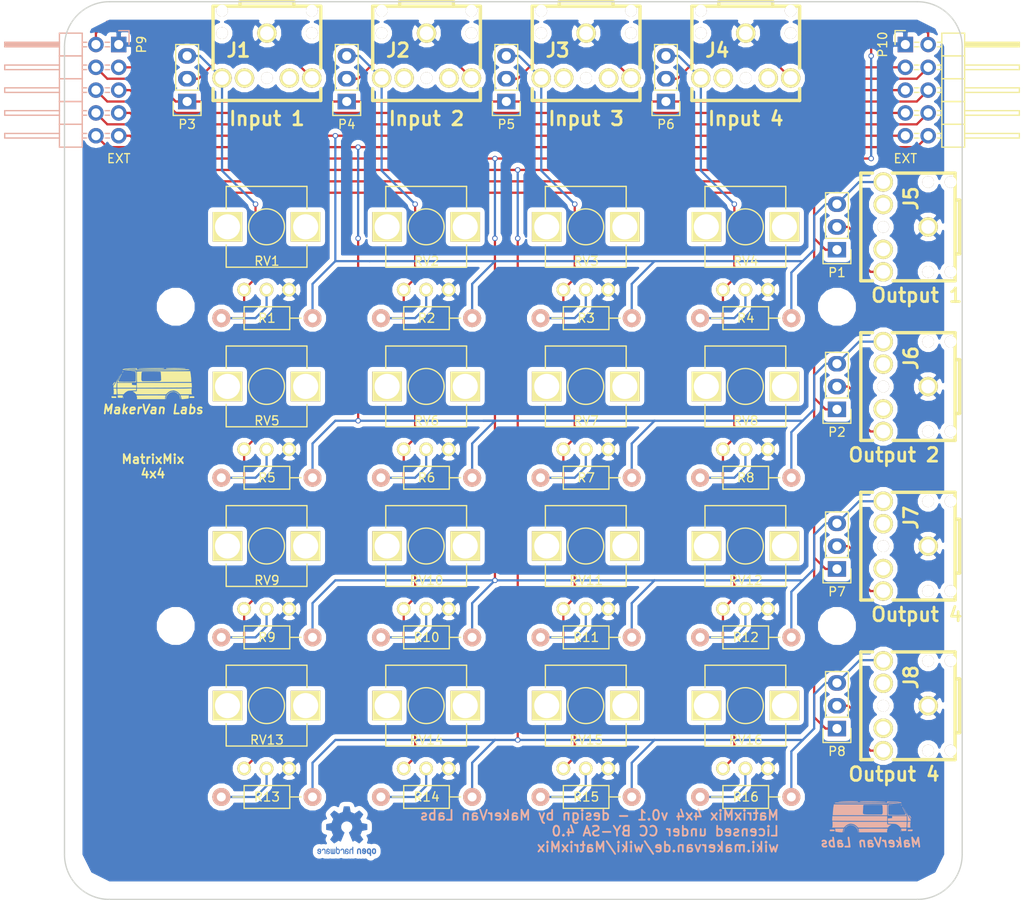
<source format=kicad_pcb>
(kicad_pcb (version 4) (host pcbnew 4.0.5)
  (layers (0 F.Cu signal) (31 B.Cu signal) (34 B.Paste user) (35 F.Paste user) (36 B.SilkS user) (37 F.SilkS user) (38 B.Mask user) (39 F.Mask user) (44 Edge.Cuts user))
  (net 0 "")
  (net 1 GND)
  (net 2 "Net-(J1-Pad3)")
  (net 3 in1)
  (net 4 "Net-(J2-Pad3)")
  (net 5 in2)
  (net 6 "Net-(J3-Pad3)")
  (net 7 in3)
  (net 8 "Net-(J4-Pad3)")
  (net 9 in4)
  (net 10 "Net-(J5-Pad3)")
  (net 11 out1)
  (net 12 "Net-(J6-Pad3)")
  (net 13 out2)
  (net 14 "Net-(J7-Pad3)")
  (net 15 out3)
  (net 16 "Net-(J8-Pad3)")
  (net 17 out4)
  (net 18 Sync)
  (net 19 VCC)
  (net 20 VEE)
  (net 21 out5)
  (net 22 out6)
  (net 23 "Net-(R1-Pad2)")
  (net 24 "Net-(R2-Pad2)")
  (net 25 "Net-(R3-Pad2)")
  (net 26 "Net-(R4-Pad2)")
  (net 27 "Net-(R5-Pad2)")
  (net 28 "Net-(R6-Pad2)")
  (net 29 "Net-(R7-Pad2)")
  (net 30 "Net-(R8-Pad2)")
  (net 31 "Net-(R9-Pad2)")
  (net 32 "Net-(R10-Pad2)")
  (net 33 "Net-(R11-Pad2)")
  (net 34 "Net-(R12-Pad2)")
  (net 35 "Net-(R13-Pad2)")
  (net 36 "Net-(R14-Pad2)")
  (net 37 "Net-(R15-Pad2)")
  (net 38 "Net-(R16-Pad2)")
  (module Symbols:OSHW-Logo2_7.3x6mm_Copper (layer B.Cu) (at 91.44 152.4 180)
    (fp_text reference REF*** hide)
    (fp_text value OSHW-Logo2_7.3x6mm_Copper hide)
    (fp_poly (pts (xy -2.400256 -1.919918) (xy -2.344799 -1.947568) (xy -2.295852 -1.99848) (xy -2.282371 -2.017338) (xy -2.267686 -2.042015) (xy -2.258158 -2.068816) (xy -2.252707 -2.104587) (xy -2.250253 -2.156169) (xy -2.249714 -2.224267) (xy -2.252148 -2.317588) (xy -2.260606 -2.387657) (xy -2.276826 -2.439931) (xy -2.302546 -2.479869) (xy -2.339503 -2.512929) (xy -2.342218 -2.514886) (xy -2.37864 -2.534908) (xy -2.422498 -2.544815) (xy -2.478276 -2.547257) (xy -2.568952 -2.547257) (xy -2.56899 -2.635283) (xy -2.569834 -2.684308) (xy -2.574976 -2.713065) (xy -2.588413 -2.730311) (xy -2.614142 -2.744808) (xy -2.620321 -2.747769) (xy -2.649236 -2.761648) (xy -2.671624 -2.770414) (xy -2.688271 -2.771171) (xy -2.699964 -2.761023) (xy -2.70749 -2.737073) (xy -2.711634 -2.696426) (xy -2.713185 -2.636186) (xy -2.712929 -2.553455) (xy -2.711651 -2.445339) (xy -2.711252 -2.413) (xy -2.709815 -2.301524) (xy -2.708528 -2.228603) (xy -2.569029 -2.228603) (xy -2.568245 -2.290499) (xy -2.56476 -2.330997) (xy -2.556876 -2.357708) (xy -2.542895 -2.378244) (xy -2.533403 -2.38826) (xy -2.494596 -2.417567) (xy -2.460237 -2.419952) (xy -2.424784 -2.39575) (xy -2.423886 -2.394857) (xy -2.409461 -2.376153) (xy -2.400687 -2.350732) (xy -2.396261 -2.311584) (xy -2.394882 -2.251697) (xy -2.394857 -2.23843) (xy -2.398188 -2.155901) (xy -2.409031 -2.098691) (xy -2.42866 -2.063766) (xy -2.45835 -2.048094) (xy -2.475509 -2.046514) (xy -2.516234 -2.053926) (xy -2.544168 -2.07833) (xy -2.560983 -2.12298) (xy -2.56835 -2.19113) (xy -2.569029 -2.228603) (xy -2.708528 -2.228603) (xy -2.708292 -2.215245) (xy -2.706323 -2.150333) (xy -2.70355 -2.102958) (xy -2.699612 -2.06929) (xy -2.694151 -2.045498) (xy -2.686808 -2.027753) (xy -2.677223 -2.012224) (xy -2.673113 -2.006381) (xy -2.618595 -1.951185) (xy -2.549664 -1.91989) (xy -2.469928 -1.911165) (xy -2.400256 -1.919918)) (layer B.Cu) (width 0.01))
    (fp_poly (pts (xy -1.283907 -1.92778) (xy -1.237328 -1.954723) (xy -1.204943 -1.981466) (xy -1.181258 -2.009484) (xy -1.164941 -2.043748) (xy -1.154661 -2.089227) (xy -1.149086 -2.150892) (xy -1.146884 -2.233711) (xy -1.146629 -2.293246) (xy -1.146629 -2.512391) (xy -1.208314 -2.540044) (xy -1.27 -2.567697) (xy -1.277257 -2.32767) (xy -1.280256 -2.238028) (xy -1.283402 -2.172962) (xy -1.287299 -2.128026) (xy -1.292553 -2.09877) (xy -1.299769 -2.080748) (xy -1.30955 -2.069511) (xy -1.312688 -2.067079) (xy -1.360239 -2.048083) (xy -1.408303 -2.0556) (xy -1.436914 -2.075543) (xy -1.448553 -2.089675) (xy -1.456609 -2.10822) (xy -1.461729 -2.136334) (xy -1.464559 -2.179173) (xy -1.465744 -2.241895) (xy -1.465943 -2.307261) (xy -1.465982 -2.389268) (xy -1.467386 -2.447316) (xy -1.472086 -2.486465) (xy -1.482013 -2.51178) (xy -1.499097 -2.528323) (xy -1.525268 -2.541156) (xy -1.560225 -2.554491) (xy -1.598404 -2.569007) (xy -1.593859 -2.311389) (xy -1.592029 -2.218519) (xy -1.589888 -2.149889) (xy -1.586819 -2.100711) (xy -1.582206 -2.066198) (xy -1.575432 -2.041562) (xy -1.565881 -2.022016) (xy -1.554366 -2.00477) (xy -1.49881 -1.94968) (xy -1.43102 -1.917822) (xy -1.357287 -1.910191) (xy -1.283907 -1.92778)) (layer B.Cu) (width 0.01))
    (fp_poly (pts (xy -2.958885 -1.921962) (xy -2.890855 -1.957733) (xy -2.840649 -2.015301) (xy -2.822815 -2.052312) (xy -2.808937 -2.107882) (xy -2.801833 -2.178096) (xy -2.80116 -2.254727) (xy -2.806573 -2.329552) (xy -2.81773 -2.394342) (xy -2.834286 -2.440873) (xy -2.839374 -2.448887) (xy -2.899645 -2.508707) (xy -2.971231 -2.544535) (xy -3.048908 -2.55502) (xy -3.127452 -2.53881) (xy -3.149311 -2.529092) (xy -3.191878 -2.499143) (xy -3.229237 -2.459433) (xy -3.232768 -2.454397) (xy -3.247119 -2.430124) (xy -3.256606 -2.404178) (xy -3.26221 -2.370022) (xy -3.264914 -2.321119) (xy -3.265701 -2.250935) (xy -3.265714 -2.2352) (xy -3.265678 -2.230192) (xy -3.120571 -2.230192) (xy -3.119727 -2.29643) (xy -3.116404 -2.340386) (xy -3.109417 -2.368779) (xy -3.097584 -2.388325) (xy -3.091543 -2.394857) (xy -3.056814 -2.41968) (xy -3.023097 -2.418548) (xy -2.989005 -2.397016) (xy -2.968671 -2.374029) (xy -2.956629 -2.340478) (xy -2.949866 -2.287569) (xy -2.949402 -2.281399) (xy -2.948248 -2.185513) (xy -2.960312 -2.114299) (xy -2.98543 -2.068194) (xy -3.02344 -2.047635) (xy -3.037008 -2.046514) (xy -3.072636 -2.052152) (xy -3.097006 -2.071686) (xy -3.111907 -2.109042) (xy -3.119125 -2.16815) (xy -3.120571 -2.230192) (xy -3.265678 -2.230192) (xy -3.265174 -2.160413) (xy -3.262904 -2.108159) (xy -3.257932 -2.071949) (xy -3.249287 -2.045299) (xy -3.235995 -2.021722) (xy -3.233057 -2.017338) (xy -3.183687 -1.958249) (xy -3.129891 -1.923947) (xy -3.064398 -1.910331) (xy -3.042158 -1.909665) (xy -2.958885 -1.921962)) (layer B.Cu) (width 0.01))
    (fp_poly (pts (xy -1.831697 -1.931239) (xy -1.774473 -1.969735) (xy -1.730251 -2.025335) (xy -1.703833 -2.096086) (xy -1.69849 -2.148162) (xy -1.699097 -2.169893) (xy -1.704178 -2.186531) (xy -1.718145 -2.201437) (xy -1.745411 -2.217973) (xy -1.790388 -2.239498) (xy -1.857489 -2.269374) (xy -1.857829 -2.269524) (xy -1.919593 -2.297813) (xy -1.970241 -2.322933) (xy -2.004596 -2.342179) (xy -2.017482 -2.352848) (xy -2.017486 -2.352934) (xy -2.006128 -2.376166) (xy -1.979569 -2.401774) (xy -1.949077 -2.420221) (xy -1.93363 -2.423886) (xy -1.891485 -2.411212) (xy -1.855192 -2.379471) (xy -1.837483 -2.344572) (xy -1.820448 -2.318845) (xy -1.787078 -2.289546) (xy -1.747851 -2.264235) (xy -1.713244 -2.250471) (xy -1.706007 -2.249714) (xy -1.697861 -2.26216) (xy -1.69737 -2.293972) (xy -1.703357 -2.336866) (xy -1.714643 -2.382558) (xy -1.73005 -2.422761) (xy -1.730829 -2.424322) (xy -1.777196 -2.489062) (xy -1.837289 -2.533097) (xy -1.905535 -2.554711) (xy -1.976362 -2.552185) (xy -2.044196 -2.523804) (xy -2.047212 -2.521808) (xy -2.100573 -2.473448) (xy -2.13566 -2.410352) (xy -2.155078 -2.327387) (xy -2.157684 -2.304078) (xy -2.162299 -2.194055) (xy -2.156767 -2.142748) (xy -2.017486 -2.142748) (xy -2.015676 -2.174753) (xy -2.005778 -2.184093) (xy -1.981102 -2.177105) (xy -1.942205 -2.160587) (xy -1.898725 -2.139881) (xy -1.897644 -2.139333) (xy -1.860791 -2.119949) (xy -1.846 -2.107013) (xy -1.849647 -2.093451) (xy -1.865005 -2.075632) (xy -1.904077 -2.049845) (xy -1.946154 -2.04795) (xy -1.983897 -2.066717) (xy -2.009966 -2.102915) (xy -2.017486 -2.142748) (xy -2.156767 -2.142748) (xy -2.152806 -2.106027) (xy -2.12845 -2.036212) (xy -2.094544 -1.987302) (xy -2.033347 -1.937878) (xy -1.965937 -1.913359) (xy -1.89712 -1.911797) (xy -1.831697 -1.931239)) (layer B.Cu) (width 0.01))
    (fp_poly (pts (xy -0.624114 -1.851289) (xy -0.619861 -1.910613) (xy -0.614975 -1.945572) (xy -0.608205 -1.96082) (xy -0.598298 -1.961015) (xy -0.595086 -1.959195) (xy -0.552356 -1.946015) (xy -0.496773 -1.946785) (xy -0.440263 -1.960333) (xy -0.404918 -1.977861) (xy -0.368679 -2.005861) (xy -0.342187 -2.037549) (xy -0.324001 -2.077813) (xy -0.312678 -2.131543) (xy -0.306778 -2.203626) (xy -0.304857 -2.298951) (xy -0.304823 -2.317237) (xy -0.3048 -2.522646) (xy -0.350509 -2.53858) (xy -0.382973 -2.54942) (xy -0.400785 -2.554468) (xy -0.401309 -2.554514) (xy -0.403063 -2.540828) (xy -0.404556 -2.503076) (xy -0.405674 -2.446224) (xy -0.406303 -2.375234) (xy -0.4064 -2.332073) (xy -0.406602 -2.246973) (xy -0.407642 -2.185981) (xy -0.410169 -2.144177) (xy -0.414836 -2.116642) (xy -0.422293 -2.098456) (xy -0.433189 -2.084698) (xy -0.439993 -2.078073) (xy -0.486728 -2.051375) (xy -0.537728 -2.049375) (xy -0.583999 -2.071955) (xy -0.592556 -2.080107) (xy -0.605107 -2.095436) (xy -0.613812 -2.113618) (xy -0.619369 -2.139909) (xy -0.622474 -2.179562) (xy -0.623824 -2.237832) (xy -0.624114 -2.318173) (xy -0.624114 -2.522646) (xy -0.669823 -2.53858) (xy -0.702287 -2.54942) (xy -0.720099 -2.554468) (xy -0.720623 -2.554514) (xy -0.721963 -2.540623) (xy -0.723172 -2.501439) (xy -0.724199 -2.4407) (xy -0.724998 -2.362141) (xy -0.725519 -2.269498) (xy -0.725714 -2.166509) (xy -0.725714 -1.769342) (xy -0.678543 -1.749444) (xy -0.631371 -1.729547) (xy -0.624114 -1.851289)) (layer B.Cu) (width 0.01))
    (fp_poly (pts (xy 0.039744 -1.950968) (xy 0.096616 -1.972087) (xy 0.097267 -1.972493) (xy 0.13244 -1.99838) (xy 0.158407 -2.028633) (xy 0.17667 -2.068058) (xy 0.188732 -2.121462) (xy 0.196096 -2.193651) (xy 0.200264 -2.289432) (xy 0.200629 -2.303078) (xy 0.205876 -2.508842) (xy 0.161716 -2.531678) (xy 0.129763 -2.54711) (xy 0.11047 -2.554423) (xy 0.109578 -2.554514) (xy 0.106239 -2.541022) (xy 0.103587 -2.504626) (xy 0.101956 -2.451452) (xy 0.1016 -2.408393) (xy 0.101592 -2.338641) (xy 0.098403 -2.294837) (xy 0.087288 -2.273944) (xy 0.063501 -2.272925) (xy 0.022296 -2.288741) (xy -0.039914 -2.317815) (xy -0.085659 -2.341963) (xy -0.109187 -2.362913) (xy -0.116104 -2.385747) (xy -0.116114 -2.386877) (xy -0.104701 -2.426212) (xy -0.070908 -2.447462) (xy -0.019191 -2.450539) (xy 0.018061 -2.450006) (xy 0.037703 -2.460735) (xy 0.049952 -2.486505) (xy 0.057002 -2.519337) (xy 0.046842 -2.537966) (xy 0.043017 -2.540632) (xy 0.007001 -2.55134) (xy -0.043434 -2.552856) (xy -0.095374 -2.545759) (xy -0.132178 -2.532788) (xy -0.183062 -2.489585) (xy -0.211986 -2.429446) (xy -0.217714 -2.382462) (xy -0.213343 -2.340082) (xy -0.197525 -2.305488) (xy -0.166203 -2.274763) (xy -0.115322 -2.24399) (xy -0.040824 -2.209252) (xy -0.036286 -2.207288) (xy 0.030821 -2.176287) (xy 0.072232 -2.150862) (xy 0.089981 -2.128014) (xy 0.086107 -2.104745) (xy 0.062643 -2.078056) (xy 0.055627 -2.071914) (xy 0.00863 -2.0481) (xy -0.040067 -2.049103) (xy -0.082478 -2.072451) (xy -0.110616 -2.115675) (xy -0.113231 -2.12416) (xy -0.138692 -2.165308) (xy -0.170999 -2.185128) (xy -0.217714 -2.20477) (xy -0.217714 -2.15395) (xy -0.203504 -2.080082) (xy -0.161325 -2.012327) (xy -0.139376 -1.989661) (xy -0.089483 -1.960569) (xy -0.026033 -1.9474) (xy 0.039744 -1.950968)) (layer B.Cu) (width 0.01))
    (fp_poly (pts (xy 0.529926 -1.949755) (xy 0.595858 -1.974084) (xy 0.649273 -2.017117) (xy 0.670164 -2.047409) (xy 0.692939 -2.102994) (xy 0.692466 -2.143186) (xy 0.668562 -2.170217) (xy 0.659717 -2.174813) (xy 0.62153 -2.189144) (xy 0.602028 -2.185472) (xy 0.595422 -2.161407) (xy 0.595086 -2.148114) (xy 0.582992 -2.09921) (xy 0.551471 -2.064999) (xy 0.507659 -2.048476) (xy 0.458695 -2.052634) (xy 0.418894 -2.074227) (xy 0.40545 -2.086544) (xy 0.395921 -2.101487) (xy 0.389485 -2.124075) (xy 0.385317 -2.159328) (xy 0.382597 -2.212266) (xy 0.380502 -2.287907) (xy 0.37996 -2.311857) (xy 0.377981 -2.39379) (xy 0.375731 -2.451455) (xy 0.372357 -2.489608) (xy 0.367006 -2.513004) (xy 0.358824 -2.526398) (xy 0.346959 -2.534545) (xy 0.339362 -2.538144) (xy 0.307102 -2.550452) (xy 0.288111 -2.554514) (xy 0.281836 -2.540948) (xy 0.278006 -2.499934) (xy 0.2766 -2.430999) (xy 0.277598 -2.333669) (xy 0.277908 -2.318657) (xy 0.280101 -2.229859) (xy 0.282693 -2.165019) (xy 0.286382 -2.119067) (xy 0.291864 -2.086935) (xy 0.299835 -2.063553) (xy 0.310993 -2.043852) (xy 0.31683 -2.03541) (xy 0.350296 -1.998057) (xy 0.387727 -1.969003) (xy 0.392309 -1.966467) (xy 0.459426 -1.946443) (xy 0.529926 -1.949755)) (layer B.Cu) (width 0.01))
    (fp_poly (pts (xy 1.190117 -2.065358) (xy 1.189933 -2.173837) (xy 1.189219 -2.257287) (xy 1.187675 -2.319704) (xy 1.185001 -2.365085) (xy 1.180894 -2.397429) (xy 1.175055 -2.420733) (xy 1.167182 -2.438995) (xy 1.161221 -2.449418) (xy 1.111855 -2.505945) (xy 1.049264 -2.541377) (xy 0.980013 -2.55409) (xy 0.910668 -2.542463) (xy 0.869375 -2.521568) (xy 0.826025 -2.485422) (xy 0.796481 -2.441276) (xy 0.778655 -2.383462) (xy 0.770463 -2.306313) (xy 0.769302 -2.249714) (xy 0.769458 -2.245647) (xy 0.870857 -2.245647) (xy 0.871476 -2.31055) (xy 0.874314 -2.353514) (xy 0.88084 -2.381622) (xy 0.892523 -2.401953) (xy 0.906483 -2.417288) (xy 0.953365 -2.44689) (xy 1.003701 -2.449419) (xy 1.051276 -2.424705) (xy 1.054979 -2.421356) (xy 1.070783 -2.403935) (xy 1.080693 -2.383209) (xy 1.086058 -2.352362) (xy 1.088228 -2.304577) (xy 1.088571 -2.251748) (xy 1.087827 -2.185381) (xy 1.084748 -2.141106) (xy 1.078061 -2.112009) (xy 1.066496 -2.091173) (xy 1.057013 -2.080107) (xy 1.01296 -2.052198) (xy 0.962224 -2.048843) (xy 0.913796 -2.070159) (xy 0.90445 -2.078073) (xy 0.88854 -2.095647) (xy 0.87861 -2.116587) (xy 0.873278 -2.147782) (xy 0.871163 -2.196122) (xy 0.870857 -2.245647) (xy 0.769458 -2.245647) (xy 0.77281 -2.158568) (xy 0.784726 -2.090086) (xy 0.807135 -2.0386) (xy 0.842124 -1.998443) (xy 0.869375 -1.977861) (xy 0.918907 -1.955625) (xy 0.976316 -1.945304) (xy 1.029682 -1.948067) (xy 1.059543 -1.959212) (xy 1.071261 -1.962383) (xy 1.079037 -1.950557) (xy 1.084465 -1.918866) (xy 1.088571 -1.870593) (xy 1.093067 -1.816829) (xy 1.099313 -1.784482) (xy 1.110676 -1.765985) (xy 1.130528 -1.75377) (xy 1.143 -1.748362) (xy 1.190171 -1.728601) (xy 1.190117 -2.065358)) (layer B.Cu) (width 0.01))
    (fp_poly (pts (xy 1.779833 -1.958663) (xy 1.782048 -1.99685) (xy 1.783784 -2.054886) (xy 1.784899 -2.12818) (xy 1.785257 -2.205055) (xy 1.785257 -2.465196) (xy 1.739326 -2.511127) (xy 1.707675 -2.539429) (xy 1.67989 -2.550893) (xy 1.641915 -2.550168) (xy 1.62684 -2.548321) (xy 1.579726 -2.542948) (xy 1.540756 -2.539869) (xy 1.531257 -2.539585) (xy 1.499233 -2.541445) (xy 1.453432 -2.546114) (xy 1.435674 -2.548321) (xy 1.392057 -2.551735) (xy 1.362745 -2.54432) (xy 1.33368 -2.521427) (xy 1.323188 -2.511127) (xy 1.277257 -2.465196) (xy 1.277257 -1.978602) (xy 1.314226 -1.961758) (xy 1.346059 -1.949282) (xy 1.364683 -1.944914) (xy 1.369458 -1.958718) (xy 1.373921 -1.997286) (xy 1.377775 -2.056356) (xy 1.380722 -2.131663) (xy 1.382143 -2.195286) (xy 1.386114 -2.445657) (xy 1.420759 -2.450556) (xy 1.452268 -2.447131) (xy 1.467708 -2.436041) (xy 1.472023 -2.415308) (xy 1.475708 -2.371145) (xy 1.478469 -2.309146) (xy 1.480012 -2.234909) (xy 1.480235 -2.196706) (xy 1.480457 -1.976783) (xy 1.526166 -1.960849) (xy 1.558518 -1.950015) (xy 1.576115 -1.944962) (xy 1.576623 -1.944914) (xy 1.578388 -1.958648) (xy 1.580329 -1.99673) (xy 1.582282 -2.054482) (xy 1.584084 -2.127227) (xy 1.585343 -2.195286) (xy 1.589314 -2.445657) (xy 1.6764 -2.445657) (xy 1.680396 -2.21724) (xy 1.684392 -1.988822) (xy 1.726847 -1.966868) (xy 1.758192 -1.951793) (xy 1.776744 -1.944951) (xy 1.777279 -1.944914) (xy 1.779833 -1.958663)) (layer B.Cu) (width 0.01))
    (fp_poly (pts (xy 2.144876 -1.956335) (xy 2.186667 -1.975344) (xy 2.219469 -1.998378) (xy 2.243503 -2.024133) (xy 2.260097 -2.057358) (xy 2.270577 -2.1028) (xy 2.276271 -2.165207) (xy 2.278507 -2.249327) (xy 2.278743 -2.304721) (xy 2.278743 -2.520826) (xy 2.241774 -2.53767) (xy 2.212656 -2.549981) (xy 2.198231 -2.554514) (xy 2.195472 -2.541025) (xy 2.193282 -2.504653) (xy 2.191942 -2.451542) (xy 2.191657 -2.409372) (xy 2.190434 -2.348447) (xy 2.187136 -2.300115) (xy 2.182321 -2.270518) (xy 2.178496 -2.264229) (xy 2.152783 -2.270652) (xy 2.112418 -2.287125) (xy 2.065679 -2.309458) (xy 2.020845 -2.333457) (xy 1.986193 -2.35493) (xy 1.970002 -2.369685) (xy 1.969938 -2.369845) (xy 1.97133 -2.397152) (xy 1.983818 -2.423219) (xy 2.005743 -2.444392) (xy 2.037743 -2.451474) (xy 2.065092 -2.450649) (xy 2.103826 -2.450042) (xy 2.124158 -2.459116) (xy 2.136369 -2.483092) (xy 2.137909 -2.487613) (xy 2.143203 -2.521806) (xy 2.129047 -2.542568) (xy 2.092148 -2.552462) (xy 2.052289 -2.554292) (xy 1.980562 -2.540727) (xy 1.943432 -2.521355) (xy 1.897576 -2.475845) (xy 1.873256 -2.419983) (xy 1.871073 -2.360957) (xy 1.891629 -2.305953) (xy 1.922549 -2.271486) (xy 1.95342 -2.252189) (xy 2.001942 -2.227759) (xy 2.058485 -2.202985) (xy 2.06791 -2.199199) (xy 2.130019 -2.171791) (xy 2.165822 -2.147634) (xy 2.177337 -2.123619) (xy 2.16658 -2.096635) (xy 2.148114 -2.075543) (xy 2.104469 -2.049572) (xy 2.056446 -2.047624) (xy 2.012406 -2.067637) (xy 1.980709 -2.107551) (xy 1.976549 -2.117848) (xy 1.952327 -2.155724) (xy 1.916965 -2.183842) (xy 1.872343 -2.206917) (xy 1.872343 -2.141485) (xy 1.874969 -2.101506) (xy 1.88623 -2.069997) (xy 1.911199 -2.036378) (xy 1.935169 -2.010484) (xy 1.972441 -1.973817) (xy 2.001401 -1.954121) (xy 2.032505 -1.94622) (xy 2.067713 -1.944914) (xy 2.144876 -1.956335)) (layer B.Cu) (width 0.01))
    (fp_poly (pts (xy 2.6526 -1.958752) (xy 2.669948 -1.966334) (xy 2.711356 -1.999128) (xy 2.746765 -2.046547) (xy 2.768664 -2.097151) (xy 2.772229 -2.122098) (xy 2.760279 -2.156927) (xy 2.734067 -2.175357) (xy 2.705964 -2.186516) (xy 2.693095 -2.188572) (xy 2.686829 -2.173649) (xy 2.674456 -2.141175) (xy 2.669028 -2.126502) (xy 2.63859 -2.075744) (xy 2.59452 -2.050427) (xy 2.53801 -2.051206) (xy 2.533825 -2.052203) (xy 2.503655 -2.066507) (xy 2.481476 -2.094393) (xy 2.466327 -2.139287) (xy 2.45725 -2.204615) (xy 2.453286 -2.293804) (xy 2.452914 -2.341261) (xy 2.45273 -2.416071) (xy 2.451522 -2.467069) (xy 2.448309 -2.499471) (xy 2.442109 -2.518495) (xy 2.43194 -2.529356) (xy 2.416819 -2.537272) (xy 2.415946 -2.53767) (xy 2.386828 -2.549981) (xy 2.372403 -2.554514) (xy 2.370186 -2.540809) (xy 2.368289 -2.502925) (xy 2.366847 -2.445715) (xy 2.365998 -2.374027) (xy 2.365829 -2.321565) (xy 2.366692 -2.220047) (xy 2.37007 -2.143032) (xy 2.377142 -2.086023) (xy 2.389088 -2.044526) (xy 2.40709 -2.014043) (xy 2.432327 -1.99008) (xy 2.457247 -1.973355) (xy 2.517171 -1.951097) (xy 2.586911 -1.946076) (xy 2.6526 -1.958752)) (layer B.Cu) (width 0.01))
    (fp_poly (pts (xy 3.153595 -1.966966) (xy 3.211021 -2.004497) (xy 3.238719 -2.038096) (xy 3.260662 -2.099064) (xy 3.262405 -2.147308) (xy 3.258457 -2.211816) (xy 3.109686 -2.276934) (xy 3.037349 -2.310202) (xy 2.990084 -2.336964) (xy 2.965507 -2.360144) (xy 2.961237 -2.382667) (xy 2.974889 -2.407455) (xy 2.989943 -2.423886) (xy 3.033746 -2.450235) (xy 3.081389 -2.452081) (xy 3.125145 -2.431546) (xy 3.157289 -2.390752) (xy 3.163038 -2.376347) (xy 3.190576 -2.331356) (xy 3.222258 -2.312182) (xy 3.265714 -2.295779) (xy 3.265714 -2.357966) (xy 3.261872 -2.400283) (xy 3.246823 -2.435969) (xy 3.21528 -2.476943) (xy 3.210592 -2.482267) (xy 3.175506 -2.51872) (xy 3.145347 -2.538283) (xy 3.107615 -2.547283) (xy 3.076335 -2.55023) (xy 3.020385 -2.550965) (xy 2.980555 -2.54166) (xy 2.955708 -2.527846) (xy 2.916656 -2.497467) (xy 2.889625 -2.464613) (xy 2.872517 -2.423294) (xy 2.863238 -2.367521) (xy 2.859693 -2.291305) (xy 2.85941 -2.252622) (xy 2.860372 -2.206247) (xy 2.948007 -2.206247) (xy 2.949023 -2.231126) (xy 2.951556 -2.2352) (xy 2.968274 -2.229665) (xy 3.004249 -2.215017) (xy 3.052331 -2.19419) (xy 3.062386 -2.189714) (xy 3.123152 -2.158814) (xy 3.156632 -2.131657) (xy 3.16399 -2.10622) (xy 3.146391 -2.080481) (xy 3.131856 -2.069109) (xy 3.07941 -2.046364) (xy 3.030322 -2.050122) (xy 2.989227 -2.077884) (xy 2.960758 -2.127152) (xy 2.951631 -2.166257) (xy 2.948007 -2.206247) (xy 2.860372 -2.206247) (xy 2.861285 -2.162249) (xy 2.868196 -2.095384) (xy 2.881884 -2.046695) (xy 2.904096 -2.010849) (xy 2.936574 -1.982513) (xy 2.950733 -1.973355) (xy 3.015053 -1.949507) (xy 3.085473 -1.948006) (xy 3.153595 -1.966966)) (layer B.Cu) (width 0.01))
    (fp_poly (pts (xy 0.10391 2.757652) (xy 0.182454 2.757222) (xy 0.239298 2.756058) (xy 0.278105 2.753793) (xy 0.302538 2.75006) (xy 0.316262 2.744494) (xy 0.32294 2.736727) (xy 0.326236 2.726395) (xy 0.326556 2.725057) (xy 0.331562 2.700921) (xy 0.340829 2.653299) (xy 0.353392 2.587259) (xy 0.368287 2.507872) (xy 0.384551 2.420204) (xy 0.385119 2.417125) (xy 0.40141 2.331211) (xy 0.416652 2.255304) (xy 0.429861 2.193955) (xy 0.440054 2.151718) (xy 0.446248 2.133145) (xy 0.446543 2.132816) (xy 0.464788 2.123747) (xy 0.502405 2.108633) (xy 0.551271 2.090738) (xy 0.551543 2.090642) (xy 0.613093 2.067507) (xy 0.685657 2.038035) (xy 0.754057 2.008403) (xy 0.757294 2.006938) (xy 0.868702 1.956374) (xy 1.115399 2.12484) (xy 1.191077 2.176197) (xy 1.259631 2.222111) (xy 1.317088 2.25997) (xy 1.359476 2.287163) (xy 1.382825 2.301079) (xy 1.385042 2.302111) (xy 1.40201 2.297516) (xy 1.433701 2.275345) (xy 1.481352 2.234553) (xy 1.546198 2.174095) (xy 1.612397 2.109773) (xy 1.676214 2.046388) (xy 1.733329 1.988549) (xy 1.780305 1.939825) (xy 1.813703 1.90379) (xy 1.830085 1.884016) (xy 1.830694 1.882998) (xy 1.832505 1.869428) (xy 1.825683 1.847267) (xy 1.80854 1.813522) (xy 1.779393 1.7652) (xy 1.736555 1.699308) (xy 1.679448 1.614483) (xy 1.628766 1.539823) (xy 1.583461 1.47286) (xy 1.54615 1.417484) (xy 1.519452 1.37758) (xy 1.505985 1.357038) (xy 1.505137 1.355644) (xy 1.506781 1.335962) (xy 1.519245 1.297707) (xy 1.540048 1.248111) (xy 1.547462 1.232272) (xy 1.579814 1.16171) (xy 1.614328 1.081647) (xy 1.642365 1.012371) (xy 1.662568 0.960955) (xy 1.678615 0.921881) (xy 1.687888 0.901459) (xy 1.689041 0.899886) (xy 1.706096 0.897279) (xy 1.746298 0.890137) (xy 1.804302 0.879477) (xy 1.874763 0.866315) (xy 1.952335 0.851667) (xy 2.031672 0.836551) (xy 2.107431 0.821982) (xy 2.174264 0.808978) (xy 2.226828 0.798555) (xy 2.259776 0.79173) (xy 2.267857 0.789801) (xy 2.276205 0.785038) (xy 2.282506 0.774282) (xy 2.287045 0.753902) (xy 2.290104 0.720266) (xy 2.291967 0.669745) (xy 2.292918 0.598708) (xy 2.29324 0.503524) (xy 2.293257 0.464508) (xy 2.293257 0.147201) (xy 2.217057 0.132161) (xy 2.174663 0.124005) (xy 2.1114 0.112101) (xy 2.034962 0.097884) (xy 1.953043 0.08279) (xy 1.9304 0.078645) (xy 1.854806 0.063947) (xy 1.788953 0.049495) (xy 1.738366 0.036625) (xy 1.708574 0.026678) (xy 1.703612 0.023713) (xy 1.691426 0.002717) (xy 1.673953 -0.037967) (xy 1.654577 -0.090322) (xy 1.650734 -0.1016) (xy 1.625339 -0.171523) (xy 1.593817 -0.250418) (xy 1.562969 -0.321266) (xy 1.562817 -0.321595) (xy 1.511447 -0.432733) (xy 1.680399 -0.681253) (xy 1.849352 -0.929772) (xy 1.632429 -1.147058) (xy 1.566819 -1.211726) (xy 1.506979 -1.268733) (xy 1.456267 -1.315033) (xy 1.418046 -1.347584) (xy 1.395675 -1.363343) (xy 1.392466 -1.364343) (xy 1.373626 -1.356469) (xy 1.33518 -1.334578) (xy 1.28133 -1.301267) (xy 1.216276 -1.259131) (xy 1.14594 -1.211943) (xy 1.074555 -1.16381) (xy 1.010908 -1.121928) (xy 0.959041 -1.088871) (xy 0.922995 -1.067218) (xy 0.906867 -1.059543) (xy 0.887189 -1.066037) (xy 0.849875 -1.08315) (xy 0.802621 -1.107326) (xy 0.797612 -1.110013) (xy 0.733977 -1.141927) (xy 0.690341 -1.157579) (xy 0.663202 -1.157745) (xy 0.649057 -1.143204) (xy 0.648975 -1.143) (xy 0.641905 -1.125779) (xy 0.625042 -1.084899) (xy 0.599695 -1.023525) (xy 0.567171 -0.944819) (xy 0.528778 -0.851947) (xy 0.485822 -0.748072) (xy 0.444222 -0.647502) (xy 0.398504 -0.536516) (xy 0.356526 -0.433703) (xy 0.319548 -0.342215) (xy 0.288827 -0.265201) (xy 0.265622 -0.205815) (xy 0.25119 -0.167209) (xy 0.246743 -0.1528) (xy 0.257896 -0.136272) (xy 0.287069 -0.10993) (xy 0.325971 -0.080887) (xy 0.436757 0.010961) (xy 0.523351 0.116241) (xy 0.584716 0.232734) (xy 0.619815 0.358224) (xy 0.627608 0.490493) (xy 0.621943 0.551543) (xy 0.591078 0.678205) (xy 0.53792 0.790059) (xy 0.465767 0.885999) (xy 0.377917 0.964924) (xy 0.277665 1.02573) (xy 0.16831 1.067313) (xy 0.053147 1.088572) (xy -0.064525 1.088401) (xy -0.18141 1.065699) (xy -0.294211 1.019362) (xy -0.399631 0.948287) (xy -0.443632 0.908089) (xy -0.528021 0.804871) (xy -0.586778 0.692075) (xy -0.620296 0.57299) (xy -0.628965 0.450905) (xy -0.613177 0.329107) (xy -0.573322 0.210884) (xy -0.509793 0.099525) (xy -0.422979 -0.001684) (xy -0.325971 -0.080887) (xy -0.285563 -0.111162) (xy -0.257018 -0.137219) (xy -0.246743 -0.152825) (xy -0.252123 -0.169843) (xy -0.267425 -0.2105) (xy -0.291388 -0.271642) (xy -0.322756 -0.350119) (xy -0.360268 -0.44278) (xy -0.402667 -0.546472) (xy -0.444337 -0.647526) (xy -0.49031 -0.758607) (xy -0.532893 -0.861541) (xy -0.570779 -0.953165) (xy -0.60266 -1.030316) (xy -0.627229 -1.089831) (xy -0.64318 -1.128544) (xy -0.64909 -1.143) (xy -0.663052 -1.157685) (xy -0.69006 -1.157642) (xy -0.733587 -1.142099) (xy -0.79711 -1.110284) (xy -0.797612 -1.110013) (xy -0.84544 -1.085323) (xy -0.884103 -1.067338) (xy -0.905905 -1.059614) (xy -0.906867 -1.059543) (xy -0.923279 -1.067378) (xy -0.959513 -1.089165) (xy -1.011526 -1.122328) (xy -1.075275 -1.164291) (xy -1.14594 -1.211943) (xy -1.217884 -1.260191) (xy -1.282726 -1.302151) (xy -1.336265 -1.335227) (xy -1.374303 -1.356821) (xy -1.392467 -1.364343) (xy -1.409192 -1.354457) (xy -1.44282 -1.326826) (xy -1.48999 -1.284495) (xy -1.547342 -1.230505) (xy -1.611516 -1.167899) (xy -1.632503 -1.146983) (xy -1.849501 -0.929623) (xy -1.684332 -0.68722) (xy -1.634136 -0.612781) (xy -1.590081 -0.545972) (xy -1.554638 -0.490665) (xy -1.530281 -0.450729) (xy -1.519478 -0.430036) (xy -1.519162 -0.428563) (xy -1.524857 -0.409058) (xy -1.540174 -0.369822) (xy -1.562463 -0.31743) (xy -1.578107 -0.282355) (xy -1.607359 -0.215201) (xy -1.634906 -0.147358) (xy -1.656263 -0.090034) (xy -1.662065 -0.072572) (xy -1.678548 -0.025938) (xy -1.69466 0.010095) (xy -1.70351 0.023713) (xy -1.72304 0.032048) (xy -1.765666 0.043863) (xy -1.825855 0.057819) (xy -1.898078 0.072578) (xy -1.9304 0.078645) (xy -2.012478 0.093727) (xy -2.091205 0.108331) (xy -2.158891 0.12102) (xy -2.20784 0.130358) (xy -2.217057 0.132161) (xy -2.293257 0.147201) (xy -2.293257 0.464508) (xy -2.293086 0.568846) (xy -2.292384 0.647787) (xy -2.290866 0.704962) (xy -2.288251 0.744001) (xy -2.284254 0.768535) (xy -2.278591 0.782195) (xy -2.27098 0.788611) (xy -2.267857 0.789801) (xy -2.249022 0.79402) (xy -2.207412 0.802438) (xy -2.14837 0.814039) (xy -2.077243 0.827805) (xy -1.999375 0.84272) (xy -1.920113 0.857768) (xy -1.844802 0.871931) (xy -1.778787 0.884194) (xy -1.727413 0.893539) (xy -1.696025 0.89895) (xy -1.689041 0.899886) (xy -1.682715 0.912404) (xy -1.66871 0.945754) (xy -1.649645 0.993623) (xy -1.642366 1.012371) (xy -1.613004 1.084805) (xy -1.578429 1.16483) (xy -1.547463 1.232272) (xy -1.524677 1.283841) (xy -1.509518 1.326215) (xy -1.504458 1.352166) (xy -1.505264 1.355644) (xy -1.515959 1.372064) (xy -1.54038 1.408583) (xy -1.575905 1.461313) (xy -1.619913 1.526365) (xy -1.669783 1.599849) (xy -1.679644 1.614355) (xy -1.737508 1.700296) (xy -1.780044 1.765739) (xy -1.808946 1.813696) (xy -1.82591 1.84718) (xy -1.832633 1.869205) (xy -1.83081 1.882783) (xy -1.830764 1.882869) (xy -1.816414 1.900703) (xy -1.784677 1.935183) (xy -1.73899 1.982732) (xy -1.682796 2.039778) (xy -1.619532 2.102745) (xy -1.612398 2.109773) (xy -1.53267 2.18698) (xy -1.471143 2.24367) (xy -1.426579 2.28089) (xy -1.397743 2.299685) (xy -1.385042 2.302111) (xy -1.366506 2.291529) (xy -1.328039 2.267084) (xy -1.273614 2.231388) (xy -1.207202 2.187053) (xy -1.132775 2.136689) (xy -1.115399 2.12484) (xy -0.868703 1.956374) (xy -0.757294 2.006938) (xy -0.689543 2.036405) (xy -0.616817 2.066041) (xy -0.554297 2.08967) (xy -0.551543 2.090642) (xy -0.50264 2.108543) (xy -0.464943 2.12368) (xy -0.446575 2.13279) (xy -0.446544 2.132816) (xy -0.440715 2.149283) (xy -0.430808 2.189781) (xy -0.417805 2.249758) (xy -0.402691 2.32466) (xy -0.386448 2.409936) (xy -0.385119 2.417125) (xy -0.368825 2.504986) (xy -0.353867 2.58474) (xy -0.341209 2.651319) (xy -0.331814 2.699653) (xy -0.326646 2.724675) (xy -0.326556 2.725057) (xy -0.323411 2.735701) (xy -0.317296 2.743738) (xy -0.304547 2.749533) (xy -0.2815 2.753453) (xy -0.244491 2.755865) (xy -0.189856 2.757135) (xy -0.113933 2.757629) (xy -0.013056 2.757714) (xy 0 2.757714) (xy 0.10391 2.757652)) (layer B.Cu) (width 0.01))
  )
  (module added:LOGO (layer B.Cu) (at 149.86 151.13 180)
    (fp_text reference G*** hide)
    (fp_text value LOGO hide)
  )
  (module Mounting_Holes:MountingHole_3.2mm_M3 (layer F.Cu) (at 72.39 93.98)
    (fp_text reference REF** hide)
    (fp_text value MountingHole_3.2mm_M3 hide)
    (pad 1 np_thru_hole circle (at 0 0) (size 3.2 3.2) (drill 3.2) (layers *.Cu *.Mask))
  )
  (module Mounting_Holes:MountingHole_3.2mm_M3 (layer F.Cu) (at 72.39 129.54)
    (fp_text reference REF** hide)
    (fp_text value MountingHole_3.2mm_M3 hide)
    (pad 1 np_thru_hole circle (at 0 0) (size 3.2 3.2) (drill 3.2) (layers *.Cu *.Mask))
  )
  (module Mounting_Holes:MountingHole_3.2mm_M3 (layer F.Cu) (at 146.05 129.54)
    (fp_text reference REF** hide)
    (fp_text value MountingHole_3.2mm_M3 hide)
    (pad 1 np_thru_hole circle (at 0 0) (size 3.2 3.2) (drill 3.2) (layers *.Cu *.Mask))
  )
  (module added:AudioJack3.5mm (layer F.Cu) (at 82.55 63.5 270)
    (fp_text reference J1 (at 1.905 3.175 360) (layer F.SilkS) (effects (font (thickness 0.3048))))
    (fp_text value "Input 1" (at 9.525 0 360) (layer F.SilkS) (effects (font (thickness 0.3048))))
    (pad 1 thru_hole circle (at 0 0 270) (size 2.159 2.159) (drill 1.524) (layers *.Cu *.Mask F.SilkS) (net 1 GND))
    (pad 3 thru_hole circle (at 5.00126 -5.00126 270) (size 2.159 2.159) (drill 1.524) (layers *.Cu *.Mask F.SilkS) (net 2 "Net-(J1-Pad3)"))
    (pad 5 thru_hole circle (at 5.00126 -2.49936 270) (size 2.159 2.159) (drill 1.524) (layers *.Cu *.Mask F.SilkS))
    (pad 4 thru_hole circle (at 5.00126 2.49936 270) (size 2.159 2.159) (drill 1.524) (layers *.Cu *.Mask F.SilkS))
    (pad 2 thru_hole circle (at 5.00126 5.00126 270) (size 2.159 2.159) (drill 1.524) (layers *.Cu *.Mask F.SilkS) (net 3 in1))
    (pad "" thru_hole circle (at 5.00126 0 270) (size 1.30048 1.30048) (drill 1.30048) (layers *.Cu *.Mask F.SilkS))
    (pad "" thru_hole circle (at -2.49936 -5.00126 270) (size 1.30048 1.30048) (drill 1.30048) (layers *.Cu *.Mask F.SilkS))
    (pad "" thru_hole circle (at 0 -5.00126 270) (size 1.30048 1.30048) (drill 1.30048) (layers *.Cu *.Mask F.SilkS))
    (pad "" thru_hole circle (at -2.49936 5.00126 270) (size 1.30048 1.30048) (drill 1.30048) (layers *.Cu *.Mask F.SilkS))
    (pad "" thru_hole circle (at 0 5.00126 270) (size 1.30048 1.30048) (drill 1.30048) (layers *.Cu *.Mask F.SilkS))
  )
  (module added:AudioJack3.5mm (layer F.Cu) (at 100.33 63.5 270)
    (fp_text reference J2 (at 1.905 3.175 360) (layer F.SilkS) (effects (font (thickness 0.3048))))
    (fp_text value "Input 2" (at 9.525 0 360) (layer F.SilkS) (effects (font (thickness 0.3048))))
    (pad 1 thru_hole circle (at 0 0 270) (size 2.159 2.159) (drill 1.524) (layers *.Cu *.Mask F.SilkS) (net 1 GND))
    (pad 3 thru_hole circle (at 5.00126 -5.00126 270) (size 2.159 2.159) (drill 1.524) (layers *.Cu *.Mask F.SilkS) (net 4 "Net-(J2-Pad3)"))
    (pad 5 thru_hole circle (at 5.00126 -2.49936 270) (size 2.159 2.159) (drill 1.524) (layers *.Cu *.Mask F.SilkS))
    (pad 4 thru_hole circle (at 5.00126 2.49936 270) (size 2.159 2.159) (drill 1.524) (layers *.Cu *.Mask F.SilkS))
    (pad 2 thru_hole circle (at 5.00126 5.00126 270) (size 2.159 2.159) (drill 1.524) (layers *.Cu *.Mask F.SilkS) (net 5 in2))
    (pad "" thru_hole circle (at 5.00126 0 270) (size 1.30048 1.30048) (drill 1.30048) (layers *.Cu *.Mask F.SilkS))
    (pad "" thru_hole circle (at -2.49936 -5.00126 270) (size 1.30048 1.30048) (drill 1.30048) (layers *.Cu *.Mask F.SilkS))
    (pad "" thru_hole circle (at 0 -5.00126 270) (size 1.30048 1.30048) (drill 1.30048) (layers *.Cu *.Mask F.SilkS))
    (pad "" thru_hole circle (at -2.49936 5.00126 270) (size 1.30048 1.30048) (drill 1.30048) (layers *.Cu *.Mask F.SilkS))
    (pad "" thru_hole circle (at 0 5.00126 270) (size 1.30048 1.30048) (drill 1.30048) (layers *.Cu *.Mask F.SilkS))
  )
  (module added:AudioJack3.5mm (layer F.Cu) (at 118.11 63.5 270)
    (fp_text reference J3 (at 1.905 3.175 360) (layer F.SilkS) (effects (font (thickness 0.3048))))
    (fp_text value "Input 3" (at 9.525 0 360) (layer F.SilkS) (effects (font (thickness 0.3048))))
    (pad 1 thru_hole circle (at 0 0 270) (size 2.159 2.159) (drill 1.524) (layers *.Cu *.Mask F.SilkS) (net 1 GND))
    (pad 3 thru_hole circle (at 5.00126 -5.00126 270) (size 2.159 2.159) (drill 1.524) (layers *.Cu *.Mask F.SilkS) (net 6 "Net-(J3-Pad3)"))
    (pad 5 thru_hole circle (at 5.00126 -2.49936 270) (size 2.159 2.159) (drill 1.524) (layers *.Cu *.Mask F.SilkS))
    (pad 4 thru_hole circle (at 5.00126 2.49936 270) (size 2.159 2.159) (drill 1.524) (layers *.Cu *.Mask F.SilkS))
    (pad 2 thru_hole circle (at 5.00126 5.00126 270) (size 2.159 2.159) (drill 1.524) (layers *.Cu *.Mask F.SilkS) (net 7 in3))
    (pad "" thru_hole circle (at 5.00126 0 270) (size 1.30048 1.30048) (drill 1.30048) (layers *.Cu *.Mask F.SilkS))
    (pad "" thru_hole circle (at -2.49936 -5.00126 270) (size 1.30048 1.30048) (drill 1.30048) (layers *.Cu *.Mask F.SilkS))
    (pad "" thru_hole circle (at 0 -5.00126 270) (size 1.30048 1.30048) (drill 1.30048) (layers *.Cu *.Mask F.SilkS))
    (pad "" thru_hole circle (at -2.49936 5.00126 270) (size 1.30048 1.30048) (drill 1.30048) (layers *.Cu *.Mask F.SilkS))
    (pad "" thru_hole circle (at 0 5.00126 270) (size 1.30048 1.30048) (drill 1.30048) (layers *.Cu *.Mask F.SilkS))
  )
  (module added:AudioJack3.5mm (layer F.Cu) (at 135.89 63.5 270)
    (fp_text reference J4 (at 1.905 3.175 360) (layer F.SilkS) (effects (font (thickness 0.3048))))
    (fp_text value "Input 4" (at 9.525 0 360) (layer F.SilkS) (effects (font (thickness 0.3048))))
    (pad 1 thru_hole circle (at 0 0 270) (size 2.159 2.159) (drill 1.524) (layers *.Cu *.Mask F.SilkS) (net 1 GND))
    (pad 3 thru_hole circle (at 5.00126 -5.00126 270) (size 2.159 2.159) (drill 1.524) (layers *.Cu *.Mask F.SilkS) (net 8 "Net-(J4-Pad3)"))
    (pad 5 thru_hole circle (at 5.00126 -2.49936 270) (size 2.159 2.159) (drill 1.524) (layers *.Cu *.Mask F.SilkS))
    (pad 4 thru_hole circle (at 5.00126 2.49936 270) (size 2.159 2.159) (drill 1.524) (layers *.Cu *.Mask F.SilkS))
    (pad 2 thru_hole circle (at 5.00126 5.00126 270) (size 2.159 2.159) (drill 1.524) (layers *.Cu *.Mask F.SilkS) (net 9 in4))
    (pad "" thru_hole circle (at 5.00126 0 270) (size 1.30048 1.30048) (drill 1.30048) (layers *.Cu *.Mask F.SilkS))
    (pad "" thru_hole circle (at -2.49936 -5.00126 270) (size 1.30048 1.30048) (drill 1.30048) (layers *.Cu *.Mask F.SilkS))
    (pad "" thru_hole circle (at 0 -5.00126 270) (size 1.30048 1.30048) (drill 1.30048) (layers *.Cu *.Mask F.SilkS))
    (pad "" thru_hole circle (at -2.49936 5.00126 270) (size 1.30048 1.30048) (drill 1.30048) (layers *.Cu *.Mask F.SilkS))
    (pad "" thru_hole circle (at 0 5.00126 270) (size 1.30048 1.30048) (drill 1.30048) (layers *.Cu *.Mask F.SilkS))
  )
  (module added:AudioJack3.5mm (layer F.Cu) (at 156.21 85.09 180)
    (fp_text reference J5 (at 1.905 3.175 270) (layer F.SilkS) (effects (font (thickness 0.3048))))
    (fp_text value "Output 1" (at 1.27 -7.62 360) (layer F.SilkS) (effects (font (thickness 0.3048))))
    (pad 1 thru_hole circle (at 0 0 180) (size 2.159 2.159) (drill 1.524) (layers *.Cu *.Mask F.SilkS) (net 1 GND))
    (pad 3 thru_hole circle (at 5.00126 -5.00126 180) (size 2.159 2.159) (drill 1.524) (layers *.Cu *.Mask F.SilkS) (net 10 "Net-(J5-Pad3)"))
    (pad 5 thru_hole circle (at 5.00126 -2.49936 180) (size 2.159 2.159) (drill 1.524) (layers *.Cu *.Mask F.SilkS))
    (pad 4 thru_hole circle (at 5.00126 2.49936 180) (size 2.159 2.159) (drill 1.524) (layers *.Cu *.Mask F.SilkS))
    (pad 2 thru_hole circle (at 5.00126 5.00126 180) (size 2.159 2.159) (drill 1.524) (layers *.Cu *.Mask F.SilkS) (net 11 out1))
    (pad "" thru_hole circle (at 5.00126 0 180) (size 1.30048 1.30048) (drill 1.30048) (layers *.Cu *.Mask F.SilkS))
    (pad "" thru_hole circle (at -2.49936 -5.00126 180) (size 1.30048 1.30048) (drill 1.30048) (layers *.Cu *.Mask F.SilkS))
    (pad "" thru_hole circle (at 0 -5.00126 180) (size 1.30048 1.30048) (drill 1.30048) (layers *.Cu *.Mask F.SilkS))
    (pad "" thru_hole circle (at -2.49936 5.00126 180) (size 1.30048 1.30048) (drill 1.30048) (layers *.Cu *.Mask F.SilkS))
    (pad "" thru_hole circle (at 0 5.00126 180) (size 1.30048 1.30048) (drill 1.30048) (layers *.Cu *.Mask F.SilkS))
  )
  (module added:AudioJack3.5mm (layer F.Cu) (at 156.21 102.87 180)
    (fp_text reference J6 (at 1.905 3.175 270) (layer F.SilkS) (effects (font (thickness 0.3048))))
    (fp_text value "Output 2" (at 3.81 -7.62 360) (layer F.SilkS) (effects (font (thickness 0.3048))))
    (pad 1 thru_hole circle (at 0 0 180) (size 2.159 2.159) (drill 1.524) (layers *.Cu *.Mask F.SilkS) (net 1 GND))
    (pad 3 thru_hole circle (at 5.00126 -5.00126 180) (size 2.159 2.159) (drill 1.524) (layers *.Cu *.Mask F.SilkS) (net 12 "Net-(J6-Pad3)"))
    (pad 5 thru_hole circle (at 5.00126 -2.49936 180) (size 2.159 2.159) (drill 1.524) (layers *.Cu *.Mask F.SilkS))
    (pad 4 thru_hole circle (at 5.00126 2.49936 180) (size 2.159 2.159) (drill 1.524) (layers *.Cu *.Mask F.SilkS))
    (pad 2 thru_hole circle (at 5.00126 5.00126 180) (size 2.159 2.159) (drill 1.524) (layers *.Cu *.Mask F.SilkS) (net 13 out2))
    (pad "" thru_hole circle (at 5.00126 0 180) (size 1.30048 1.30048) (drill 1.30048) (layers *.Cu *.Mask F.SilkS))
    (pad "" thru_hole circle (at -2.49936 -5.00126 180) (size 1.30048 1.30048) (drill 1.30048) (layers *.Cu *.Mask F.SilkS))
    (pad "" thru_hole circle (at 0 -5.00126 180) (size 1.30048 1.30048) (drill 1.30048) (layers *.Cu *.Mask F.SilkS))
    (pad "" thru_hole circle (at -2.49936 5.00126 180) (size 1.30048 1.30048) (drill 1.30048) (layers *.Cu *.Mask F.SilkS))
    (pad "" thru_hole circle (at 0 5.00126 180) (size 1.30048 1.30048) (drill 1.30048) (layers *.Cu *.Mask F.SilkS))
  )
  (module added:AudioJack3.5mm (layer F.Cu) (at 156.21 120.65 180)
    (fp_text reference J7 (at 1.905 3.175 270) (layer F.SilkS) (effects (font (thickness 0.3048))))
    (fp_text value "Output 4" (at 1.27 -7.62 360) (layer F.SilkS) (effects (font (thickness 0.3048))))
    (pad 1 thru_hole circle (at 0 0 180) (size 2.159 2.159) (drill 1.524) (layers *.Cu *.Mask F.SilkS) (net 1 GND))
    (pad 3 thru_hole circle (at 5.00126 -5.00126 180) (size 2.159 2.159) (drill 1.524) (layers *.Cu *.Mask F.SilkS) (net 14 "Net-(J7-Pad3)"))
    (pad 5 thru_hole circle (at 5.00126 -2.49936 180) (size 2.159 2.159) (drill 1.524) (layers *.Cu *.Mask F.SilkS))
    (pad 4 thru_hole circle (at 5.00126 2.49936 180) (size 2.159 2.159) (drill 1.524) (layers *.Cu *.Mask F.SilkS))
    (pad 2 thru_hole circle (at 5.00126 5.00126 180) (size 2.159 2.159) (drill 1.524) (layers *.Cu *.Mask F.SilkS) (net 15 out3))
    (pad "" thru_hole circle (at 5.00126 0 180) (size 1.30048 1.30048) (drill 1.30048) (layers *.Cu *.Mask F.SilkS))
    (pad "" thru_hole circle (at -2.49936 -5.00126 180) (size 1.30048 1.30048) (drill 1.30048) (layers *.Cu *.Mask F.SilkS))
    (pad "" thru_hole circle (at 0 -5.00126 180) (size 1.30048 1.30048) (drill 1.30048) (layers *.Cu *.Mask F.SilkS))
    (pad "" thru_hole circle (at -2.49936 5.00126 180) (size 1.30048 1.30048) (drill 1.30048) (layers *.Cu *.Mask F.SilkS))
    (pad "" thru_hole circle (at 0 5.00126 180) (size 1.30048 1.30048) (drill 1.30048) (layers *.Cu *.Mask F.SilkS))
  )
  (module added:AudioJack3.5mm (layer F.Cu) (at 156.21 138.43 180)
    (fp_text reference J8 (at 1.905 3.175 270) (layer F.SilkS) (effects (font (thickness 0.3048))))
    (fp_text value "Output 4" (at 3.81 -7.62 360) (layer F.SilkS) (effects (font (thickness 0.3048))))
    (pad 1 thru_hole circle (at 0 0 180) (size 2.159 2.159) (drill 1.524) (layers *.Cu *.Mask F.SilkS) (net 1 GND))
    (pad 3 thru_hole circle (at 5.00126 -5.00126 180) (size 2.159 2.159) (drill 1.524) (layers *.Cu *.Mask F.SilkS) (net 16 "Net-(J8-Pad3)"))
    (pad 5 thru_hole circle (at 5.00126 -2.49936 180) (size 2.159 2.159) (drill 1.524) (layers *.Cu *.Mask F.SilkS))
    (pad 4 thru_hole circle (at 5.00126 2.49936 180) (size 2.159 2.159) (drill 1.524) (layers *.Cu *.Mask F.SilkS))
    (pad 2 thru_hole circle (at 5.00126 5.00126 180) (size 2.159 2.159) (drill 1.524) (layers *.Cu *.Mask F.SilkS) (net 17 out4))
    (pad "" thru_hole circle (at 5.00126 0 180) (size 1.30048 1.30048) (drill 1.30048) (layers *.Cu *.Mask F.SilkS))
    (pad "" thru_hole circle (at -2.49936 -5.00126 180) (size 1.30048 1.30048) (drill 1.30048) (layers *.Cu *.Mask F.SilkS))
    (pad "" thru_hole circle (at 0 -5.00126 180) (size 1.30048 1.30048) (drill 1.30048) (layers *.Cu *.Mask F.SilkS))
    (pad "" thru_hole circle (at -2.49936 5.00126 180) (size 1.30048 1.30048) (drill 1.30048) (layers *.Cu *.Mask F.SilkS))
    (pad "" thru_hole circle (at 0 5.00126 180) (size 1.30048 1.30048) (drill 1.30048) (layers *.Cu *.Mask F.SilkS))
  )
  (module Pin_Headers:Pin_Header_Straight_1x03 (layer F.Cu) (at 146.05 87.63 180)
    (fp_text reference P1 (at 0 -2.54 180) (layer F.SilkS))
    (fp_text value Stereo/Sync hide)
    (pad 1 thru_hole rect (at 0 0 180) (size 2.032 1.7272) (drill 1.016) (layers *.Cu *.Mask) (net 18 Sync))
    (pad 2 thru_hole oval (at 0 2.54 180) (size 2.032 1.7272) (drill 1.016) (layers *.Cu *.Mask) (net 10 "Net-(J5-Pad3)"))
    (pad 3 thru_hole oval (at 0 5.08 180) (size 2.032 1.7272) (drill 1.016) (layers *.Cu *.Mask) (net 11 out1))
  )
  (module Pin_Headers:Pin_Header_Straight_1x03 (layer F.Cu) (at 146.05 105.41 180)
    (fp_text reference P2 (at 0 -2.54 180) (layer F.SilkS))
    (fp_text value Stereo/Sync hide)
    (pad 1 thru_hole rect (at 0 0 180) (size 2.032 1.7272) (drill 1.016) (layers *.Cu *.Mask) (net 18 Sync))
    (pad 2 thru_hole oval (at 0 2.54 180) (size 2.032 1.7272) (drill 1.016) (layers *.Cu *.Mask) (net 12 "Net-(J6-Pad3)"))
    (pad 3 thru_hole oval (at 0 5.08 180) (size 2.032 1.7272) (drill 1.016) (layers *.Cu *.Mask) (net 13 out2))
  )
  (module Pin_Headers:Pin_Header_Straight_1x03 (layer F.Cu) (at 73.66 71.12 180)
    (fp_text reference P3 (at 0 -2.54 180) (layer F.SilkS))
    (fp_text value Stereo/Sync hide)
    (pad 1 thru_hole rect (at 0 0 180) (size 2.032 1.7272) (drill 1.016) (layers *.Cu *.Mask) (net 18 Sync))
    (pad 2 thru_hole oval (at 0 2.54 180) (size 2.032 1.7272) (drill 1.016) (layers *.Cu *.Mask) (net 2 "Net-(J1-Pad3)"))
    (pad 3 thru_hole oval (at 0 5.08 180) (size 2.032 1.7272) (drill 1.016) (layers *.Cu *.Mask) (net 3 in1))
  )
  (module Pin_Headers:Pin_Header_Straight_1x03 (layer F.Cu) (at 91.44 71.12 180)
    (fp_text reference P4 (at 0 -2.54 180) (layer F.SilkS))
    (fp_text value Stereo/Sync hide)
    (pad 1 thru_hole rect (at 0 0 180) (size 2.032 1.7272) (drill 1.016) (layers *.Cu *.Mask) (net 18 Sync))
    (pad 2 thru_hole oval (at 0 2.54 180) (size 2.032 1.7272) (drill 1.016) (layers *.Cu *.Mask) (net 4 "Net-(J2-Pad3)"))
    (pad 3 thru_hole oval (at 0 5.08 180) (size 2.032 1.7272) (drill 1.016) (layers *.Cu *.Mask) (net 5 in2))
  )
  (module Pin_Headers:Pin_Header_Straight_1x03 (layer F.Cu) (at 109.22 71.12 180)
    (fp_text reference P5 (at 0 -2.54 180) (layer F.SilkS))
    (fp_text value Stereo/Sync hide)
    (pad 1 thru_hole rect (at 0 0 180) (size 2.032 1.7272) (drill 1.016) (layers *.Cu *.Mask) (net 18 Sync))
    (pad 2 thru_hole oval (at 0 2.54 180) (size 2.032 1.7272) (drill 1.016) (layers *.Cu *.Mask) (net 6 "Net-(J3-Pad3)"))
    (pad 3 thru_hole oval (at 0 5.08 180) (size 2.032 1.7272) (drill 1.016) (layers *.Cu *.Mask) (net 7 in3))
  )
  (module Pin_Headers:Pin_Header_Straight_1x03 (layer F.Cu) (at 127 71.12 180)
    (fp_text reference P6 (at 0 -2.54 180) (layer F.SilkS))
    (fp_text value Stereo/Sync hide)
    (pad 1 thru_hole rect (at 0 0 180) (size 2.032 1.7272) (drill 1.016) (layers *.Cu *.Mask) (net 18 Sync))
    (pad 2 thru_hole oval (at 0 2.54 180) (size 2.032 1.7272) (drill 1.016) (layers *.Cu *.Mask) (net 8 "Net-(J4-Pad3)"))
    (pad 3 thru_hole oval (at 0 5.08 180) (size 2.032 1.7272) (drill 1.016) (layers *.Cu *.Mask) (net 9 in4))
  )
  (module Pin_Headers:Pin_Header_Straight_1x03 (layer F.Cu) (at 146.05 123.19 180)
    (fp_text reference P7 (at 0 -2.54 180) (layer F.SilkS))
    (fp_text value Stereo/Sync hide)
    (pad 1 thru_hole rect (at 0 0 180) (size 2.032 1.7272) (drill 1.016) (layers *.Cu *.Mask) (net 18 Sync))
    (pad 2 thru_hole oval (at 0 2.54 180) (size 2.032 1.7272) (drill 1.016) (layers *.Cu *.Mask) (net 14 "Net-(J7-Pad3)"))
    (pad 3 thru_hole oval (at 0 5.08 180) (size 2.032 1.7272) (drill 1.016) (layers *.Cu *.Mask) (net 15 out3))
  )
  (module Pin_Headers:Pin_Header_Straight_1x03 (layer F.Cu) (at 146.05 140.97 180)
    (fp_text reference P8 (at 0 -2.54 180) (layer F.SilkS))
    (fp_text value Stereo/Sync hide)
    (pad 1 thru_hole rect (at 0 0 180) (size 2.032 1.7272) (drill 1.016) (layers *.Cu *.Mask) (net 18 Sync))
    (pad 2 thru_hole oval (at 0 2.54 180) (size 2.032 1.7272) (drill 1.016) (layers *.Cu *.Mask) (net 16 "Net-(J8-Pad3)"))
    (pad 3 thru_hole oval (at 0 5.08 180) (size 2.032 1.7272) (drill 1.016) (layers *.Cu *.Mask) (net 17 out4))
  )
  (module Pin_Headers:Pin_Header_Angled_2x05 (layer B.Cu) (at 66.04 64.77 180)
    (fp_text reference P9 (at -2.54 0 270) (layer F.SilkS))
    (fp_text value EXT (at 0 -12.7 180) (layer F.SilkS))
    (pad 1 thru_hole rect (at 0 0 180) (size 1.7272 1.7272) (drill 1.016) (layers *.Cu *.Mask) (net 1 GND))
    (pad 2 thru_hole oval (at 2.54 0 180) (size 1.7272 1.7272) (drill 1.016) (layers *.Cu *.Mask) (net 18 Sync))
    (pad 3 thru_hole oval (at 0 -2.54 180) (size 1.7272 1.7272) (drill 1.016) (layers *.Cu *.Mask) (net 19 VCC))
    (pad 4 thru_hole oval (at 2.54 -2.54 180) (size 1.7272 1.7272) (drill 1.016) (layers *.Cu *.Mask) (net 20 VEE))
    (pad 5 thru_hole oval (at 0 -5.08 180) (size 1.7272 1.7272) (drill 1.016) (layers *.Cu *.Mask) (net 11 out1))
    (pad 6 thru_hole oval (at 2.54 -5.08 180) (size 1.7272 1.7272) (drill 1.016) (layers *.Cu *.Mask) (net 13 out2))
    (pad 7 thru_hole oval (at 0 -7.62 180) (size 1.7272 1.7272) (drill 1.016) (layers *.Cu *.Mask) (net 15 out3))
    (pad 8 thru_hole oval (at 2.54 -7.62 180) (size 1.7272 1.7272) (drill 1.016) (layers *.Cu *.Mask) (net 17 out4))
    (pad 9 thru_hole oval (at 0 -10.16 180) (size 1.7272 1.7272) (drill 1.016) (layers *.Cu *.Mask) (net 21 out5))
    (pad 10 thru_hole oval (at 2.54 -10.16 180) (size 1.7272 1.7272) (drill 1.016) (layers *.Cu *.Mask) (net 22 out6))
  )
  (module Pin_Headers:Pin_Header_Angled_2x05 (layer F.Cu) (at 153.67 64.77)
    (fp_text reference P10 (at -2.54 0 270) (layer F.SilkS))
    (fp_text value EXT (at 0 12.7) (layer F.SilkS))
    (pad 1 thru_hole rect (at 0 0) (size 1.7272 1.7272) (drill 1.016) (layers *.Cu *.Mask) (net 1 GND))
    (pad 2 thru_hole oval (at 2.54 0) (size 1.7272 1.7272) (drill 1.016) (layers *.Cu *.Mask) (net 18 Sync))
    (pad 3 thru_hole oval (at 0 2.54) (size 1.7272 1.7272) (drill 1.016) (layers *.Cu *.Mask) (net 19 VCC))
    (pad 4 thru_hole oval (at 2.54 2.54) (size 1.7272 1.7272) (drill 1.016) (layers *.Cu *.Mask) (net 20 VEE))
    (pad 5 thru_hole oval (at 0 5.08) (size 1.7272 1.7272) (drill 1.016) (layers *.Cu *.Mask) (net 11 out1))
    (pad 6 thru_hole oval (at 2.54 5.08) (size 1.7272 1.7272) (drill 1.016) (layers *.Cu *.Mask) (net 13 out2))
    (pad 7 thru_hole oval (at 0 7.62) (size 1.7272 1.7272) (drill 1.016) (layers *.Cu *.Mask) (net 15 out3))
    (pad 8 thru_hole oval (at 2.54 7.62) (size 1.7272 1.7272) (drill 1.016) (layers *.Cu *.Mask) (net 17 out4))
    (pad 9 thru_hole oval (at 0 10.16) (size 1.7272 1.7272) (drill 1.016) (layers *.Cu *.Mask) (net 21 out5))
    (pad 10 thru_hole oval (at 2.54 10.16) (size 1.7272 1.7272) (drill 1.016) (layers *.Cu *.Mask) (net 22 out6))
  )
  (module Resistors_THT:Resistor_Horizontal_RM10mm (layer F.Cu) (at 87.63 95.25 180)
    (fp_text reference R1 (at 5.08 0 180) (layer F.SilkS))
    (fp_text value 10k hide)
    (pad 1 thru_hole circle (at 0 0 180) (size 1.99898 1.99898) (drill 1.00076) (layers *.Cu *.SilkS *.Mask) (net 11 out1))
    (pad 2 thru_hole circle (at 10.16 0 180) (size 1.99898 1.99898) (drill 1.00076) (layers *.Cu *.SilkS *.Mask) (net 23 "Net-(R1-Pad2)"))
  )
  (module Resistors_THT:Resistor_Horizontal_RM10mm (layer F.Cu) (at 105.41 95.25 180)
    (fp_text reference R2 (at 5.08 0 180) (layer F.SilkS))
    (fp_text value 10k hide)
    (pad 1 thru_hole circle (at 0 0 180) (size 1.99898 1.99898) (drill 1.00076) (layers *.Cu *.SilkS *.Mask) (net 11 out1))
    (pad 2 thru_hole circle (at 10.16 0 180) (size 1.99898 1.99898) (drill 1.00076) (layers *.Cu *.SilkS *.Mask) (net 24 "Net-(R2-Pad2)"))
  )
  (module Resistors_THT:Resistor_Horizontal_RM10mm (layer F.Cu) (at 123.19 95.25 180)
    (fp_text reference R3 (at 5.08 0 180) (layer F.SilkS))
    (fp_text value 10k hide)
    (pad 1 thru_hole circle (at 0 0 180) (size 1.99898 1.99898) (drill 1.00076) (layers *.Cu *.SilkS *.Mask) (net 11 out1))
    (pad 2 thru_hole circle (at 10.16 0 180) (size 1.99898 1.99898) (drill 1.00076) (layers *.Cu *.SilkS *.Mask) (net 25 "Net-(R3-Pad2)"))
  )
  (module Resistors_THT:Resistor_Horizontal_RM10mm (layer F.Cu) (at 140.97 95.25 180)
    (fp_text reference R4 (at 5.08 0 180) (layer F.SilkS))
    (fp_text value 10k hide)
    (pad 1 thru_hole circle (at 0 0 180) (size 1.99898 1.99898) (drill 1.00076) (layers *.Cu *.SilkS *.Mask) (net 11 out1))
    (pad 2 thru_hole circle (at 10.16 0 180) (size 1.99898 1.99898) (drill 1.00076) (layers *.Cu *.SilkS *.Mask) (net 26 "Net-(R4-Pad2)"))
  )
  (module Resistors_THT:Resistor_Horizontal_RM10mm (layer F.Cu) (at 87.63 113.03 180)
    (fp_text reference R5 (at 5.08 0 180) (layer F.SilkS))
    (fp_text value 10k hide)
    (pad 1 thru_hole circle (at 0 0 180) (size 1.99898 1.99898) (drill 1.00076) (layers *.Cu *.SilkS *.Mask) (net 13 out2))
    (pad 2 thru_hole circle (at 10.16 0 180) (size 1.99898 1.99898) (drill 1.00076) (layers *.Cu *.SilkS *.Mask) (net 27 "Net-(R5-Pad2)"))
  )
  (module Resistors_THT:Resistor_Horizontal_RM10mm (layer F.Cu) (at 105.41 113.03 180)
    (fp_text reference R6 (at 5.08 0 180) (layer F.SilkS))
    (fp_text value 10k hide)
    (pad 1 thru_hole circle (at 0 0 180) (size 1.99898 1.99898) (drill 1.00076) (layers *.Cu *.SilkS *.Mask) (net 13 out2))
    (pad 2 thru_hole circle (at 10.16 0 180) (size 1.99898 1.99898) (drill 1.00076) (layers *.Cu *.SilkS *.Mask) (net 28 "Net-(R6-Pad2)"))
  )
  (module Resistors_THT:Resistor_Horizontal_RM10mm (layer F.Cu) (at 123.19 113.03 180)
    (fp_text reference R7 (at 5.08 0 180) (layer F.SilkS))
    (fp_text value 10k hide)
    (pad 1 thru_hole circle (at 0 0 180) (size 1.99898 1.99898) (drill 1.00076) (layers *.Cu *.SilkS *.Mask) (net 13 out2))
    (pad 2 thru_hole circle (at 10.16 0 180) (size 1.99898 1.99898) (drill 1.00076) (layers *.Cu *.SilkS *.Mask) (net 29 "Net-(R7-Pad2)"))
  )
  (module Resistors_THT:Resistor_Horizontal_RM10mm (layer F.Cu) (at 140.97 113.03 180)
    (fp_text reference R8 (at 5.08 0 180) (layer F.SilkS))
    (fp_text value 10k hide)
    (pad 1 thru_hole circle (at 0 0 180) (size 1.99898 1.99898) (drill 1.00076) (layers *.Cu *.SilkS *.Mask) (net 13 out2))
    (pad 2 thru_hole circle (at 10.16 0 180) (size 1.99898 1.99898) (drill 1.00076) (layers *.Cu *.SilkS *.Mask) (net 30 "Net-(R8-Pad2)"))
  )
  (module Resistors_THT:Resistor_Horizontal_RM10mm (layer F.Cu) (at 87.63 130.81 180)
    (fp_text reference R9 (at 5.08 0 180) (layer F.SilkS))
    (fp_text value 10k hide)
    (pad 1 thru_hole circle (at 0 0 180) (size 1.99898 1.99898) (drill 1.00076) (layers *.Cu *.SilkS *.Mask) (net 15 out3))
    (pad 2 thru_hole circle (at 10.16 0 180) (size 1.99898 1.99898) (drill 1.00076) (layers *.Cu *.SilkS *.Mask) (net 31 "Net-(R9-Pad2)"))
  )
  (module Resistors_THT:Resistor_Horizontal_RM10mm (layer F.Cu) (at 105.41 130.81 180)
    (fp_text reference R10 (at 5.08 0 180) (layer F.SilkS))
    (fp_text value 10k hide)
    (pad 1 thru_hole circle (at 0 0 180) (size 1.99898 1.99898) (drill 1.00076) (layers *.Cu *.SilkS *.Mask) (net 15 out3))
    (pad 2 thru_hole circle (at 10.16 0 180) (size 1.99898 1.99898) (drill 1.00076) (layers *.Cu *.SilkS *.Mask) (net 32 "Net-(R10-Pad2)"))
  )
  (module Resistors_THT:Resistor_Horizontal_RM10mm (layer F.Cu) (at 123.19 130.81 180)
    (fp_text reference R11 (at 5.08 0 180) (layer F.SilkS))
    (fp_text value 10k hide)
    (pad 1 thru_hole circle (at 0 0 180) (size 1.99898 1.99898) (drill 1.00076) (layers *.Cu *.SilkS *.Mask) (net 15 out3))
    (pad 2 thru_hole circle (at 10.16 0 180) (size 1.99898 1.99898) (drill 1.00076) (layers *.Cu *.SilkS *.Mask) (net 33 "Net-(R11-Pad2)"))
  )
  (module Resistors_THT:Resistor_Horizontal_RM10mm (layer F.Cu) (at 140.97 130.81 180)
    (fp_text reference R12 (at 5.08 0 180) (layer F.SilkS))
    (fp_text value 10k hide)
    (pad 1 thru_hole circle (at 0 0 180) (size 1.99898 1.99898) (drill 1.00076) (layers *.Cu *.SilkS *.Mask) (net 15 out3))
    (pad 2 thru_hole circle (at 10.16 0 180) (size 1.99898 1.99898) (drill 1.00076) (layers *.Cu *.SilkS *.Mask) (net 34 "Net-(R12-Pad2)"))
  )
  (module Resistors_THT:Resistor_Horizontal_RM10mm (layer F.Cu) (at 87.63 148.59 180)
    (fp_text reference R13 (at 5.08 0 180) (layer F.SilkS))
    (fp_text value 10k hide)
    (pad 1 thru_hole circle (at 0 0 180) (size 1.99898 1.99898) (drill 1.00076) (layers *.Cu *.SilkS *.Mask) (net 17 out4))
    (pad 2 thru_hole circle (at 10.16 0 180) (size 1.99898 1.99898) (drill 1.00076) (layers *.Cu *.SilkS *.Mask) (net 35 "Net-(R13-Pad2)"))
  )
  (module Resistors_THT:Resistor_Horizontal_RM10mm (layer F.Cu) (at 105.41 148.59 180)
    (fp_text reference R14 (at 5.08 0 180) (layer F.SilkS))
    (fp_text value 10k hide)
    (pad 1 thru_hole circle (at 0 0 180) (size 1.99898 1.99898) (drill 1.00076) (layers *.Cu *.SilkS *.Mask) (net 17 out4))
    (pad 2 thru_hole circle (at 10.16 0 180) (size 1.99898 1.99898) (drill 1.00076) (layers *.Cu *.SilkS *.Mask) (net 36 "Net-(R14-Pad2)"))
  )
  (module Resistors_THT:Resistor_Horizontal_RM10mm (layer F.Cu) (at 123.19 148.59 180)
    (fp_text reference R15 (at 5.08 0 180) (layer F.SilkS))
    (fp_text value 10k hide)
    (pad 1 thru_hole circle (at 0 0 180) (size 1.99898 1.99898) (drill 1.00076) (layers *.Cu *.SilkS *.Mask) (net 17 out4))
    (pad 2 thru_hole circle (at 10.16 0 180) (size 1.99898 1.99898) (drill 1.00076) (layers *.Cu *.SilkS *.Mask) (net 37 "Net-(R15-Pad2)"))
  )
  (module Resistors_THT:Resistor_Horizontal_RM10mm (layer F.Cu) (at 140.97 148.59 180)
    (fp_text reference R16 (at 5.08 0 180) (layer F.SilkS))
    (fp_text value 10k hide)
    (pad 1 thru_hole circle (at 0 0 180) (size 1.99898 1.99898) (drill 1.00076) (layers *.Cu *.SilkS *.Mask) (net 17 out4))
    (pad 2 thru_hole circle (at 10.16 0 180) (size 1.99898 1.99898) (drill 1.00076) (layers *.Cu *.SilkS *.Mask) (net 38 "Net-(R16-Pad2)"))
  )
  (module added:Potentiometer_Alpha-RV09 (layer F.Cu) (at 80.01 92.075 90)
    (fp_text reference RV1 (at 3.175 2.54 360) (layer F.SilkS))
    (fp_text value 100k hide)
    (pad 1 thru_hole circle (at 0 0) (size 1.524 1.524) (drill 1) (layers *.Cu *.Mask F.SilkS) (net 3 in1))
    (pad 2 thru_hole circle (at 0 2.5) (size 1.524 1.524) (drill 1) (layers *.Cu *.Mask F.SilkS) (net 23 "Net-(R1-Pad2)"))
    (pad 3 thru_hole circle (at 0 5) (size 1.524 1.524) (drill 1) (layers *.Cu *.Mask F.SilkS) (net 1 GND))
    (pad 4 thru_hole rect (at 7 -1.85) (size 3.3 3.3) (drill 2.8) (layers *.Cu *.Mask F.SilkS))
    (pad 5 thru_hole rect (at 7 6.85) (size 3.3 3.3) (drill 2.8) (layers *.Cu *.Mask F.SilkS))
  )
  (module added:Potentiometer_Alpha-RV09 (layer F.Cu) (at 97.79 92.075 90)
    (fp_text reference RV2 (at 3.175 2.54 360) (layer F.SilkS))
    (fp_text value 100k hide)
    (pad 1 thru_hole circle (at 0 0) (size 1.524 1.524) (drill 1) (layers *.Cu *.Mask F.SilkS) (net 5 in2))
    (pad 2 thru_hole circle (at 0 2.5) (size 1.524 1.524) (drill 1) (layers *.Cu *.Mask F.SilkS) (net 24 "Net-(R2-Pad2)"))
    (pad 3 thru_hole circle (at 0 5) (size 1.524 1.524) (drill 1) (layers *.Cu *.Mask F.SilkS) (net 1 GND))
    (pad 4 thru_hole rect (at 7 -1.85) (size 3.3 3.3) (drill 2.8) (layers *.Cu *.Mask F.SilkS))
    (pad 5 thru_hole rect (at 7 6.85) (size 3.3 3.3) (drill 2.8) (layers *.Cu *.Mask F.SilkS))
  )
  (module added:Potentiometer_Alpha-RV09 (layer F.Cu) (at 115.57 92.075 90)
    (fp_text reference RV3 (at 3.175 2.54 360) (layer F.SilkS))
    (fp_text value 100k hide)
    (pad 1 thru_hole circle (at 0 0) (size 1.524 1.524) (drill 1) (layers *.Cu *.Mask F.SilkS) (net 7 in3))
    (pad 2 thru_hole circle (at 0 2.5) (size 1.524 1.524) (drill 1) (layers *.Cu *.Mask F.SilkS) (net 25 "Net-(R3-Pad2)"))
    (pad 3 thru_hole circle (at 0 5) (size 1.524 1.524) (drill 1) (layers *.Cu *.Mask F.SilkS) (net 1 GND))
    (pad 4 thru_hole rect (at 7 -1.85) (size 3.3 3.3) (drill 2.8) (layers *.Cu *.Mask F.SilkS))
    (pad 5 thru_hole rect (at 7 6.85) (size 3.3 3.3) (drill 2.8) (layers *.Cu *.Mask F.SilkS))
  )
  (module added:Potentiometer_Alpha-RV09 (layer F.Cu) (at 133.35 92.075 90)
    (fp_text reference RV4 (at 3.175 2.54 360) (layer F.SilkS))
    (fp_text value 100k hide)
    (pad 1 thru_hole circle (at 0 0) (size 1.524 1.524) (drill 1) (layers *.Cu *.Mask F.SilkS) (net 9 in4))
    (pad 2 thru_hole circle (at 0 2.5) (size 1.524 1.524) (drill 1) (layers *.Cu *.Mask F.SilkS) (net 26 "Net-(R4-Pad2)"))
    (pad 3 thru_hole circle (at 0 5) (size 1.524 1.524) (drill 1) (layers *.Cu *.Mask F.SilkS) (net 1 GND))
    (pad 4 thru_hole rect (at 7 -1.85) (size 3.3 3.3) (drill 2.8) (layers *.Cu *.Mask F.SilkS))
    (pad 5 thru_hole rect (at 7 6.85) (size 3.3 3.3) (drill 2.8) (layers *.Cu *.Mask F.SilkS))
  )
  (module added:Potentiometer_Alpha-RV09 (layer F.Cu) (at 80.01 109.855 90)
    (fp_text reference RV5 (at 3.175 2.54 360) (layer F.SilkS))
    (fp_text value 100k hide)
    (pad 1 thru_hole circle (at 0 0) (size 1.524 1.524) (drill 1) (layers *.Cu *.Mask F.SilkS) (net 3 in1))
    (pad 2 thru_hole circle (at 0 2.5) (size 1.524 1.524) (drill 1) (layers *.Cu *.Mask F.SilkS) (net 27 "Net-(R5-Pad2)"))
    (pad 3 thru_hole circle (at 0 5) (size 1.524 1.524) (drill 1) (layers *.Cu *.Mask F.SilkS) (net 1 GND))
    (pad 4 thru_hole rect (at 7 -1.85) (size 3.3 3.3) (drill 2.8) (layers *.Cu *.Mask F.SilkS))
    (pad 5 thru_hole rect (at 7 6.85) (size 3.3 3.3) (drill 2.8) (layers *.Cu *.Mask F.SilkS))
  )
  (module added:Potentiometer_Alpha-RV09 (layer F.Cu) (at 97.79 109.855 90)
    (fp_text reference RV6 (at 3.175 2.54 360) (layer F.SilkS))
    (fp_text value 100k hide)
    (pad 1 thru_hole circle (at 0 0) (size 1.524 1.524) (drill 1) (layers *.Cu *.Mask F.SilkS) (net 5 in2))
    (pad 2 thru_hole circle (at 0 2.5) (size 1.524 1.524) (drill 1) (layers *.Cu *.Mask F.SilkS) (net 28 "Net-(R6-Pad2)"))
    (pad 3 thru_hole circle (at 0 5) (size 1.524 1.524) (drill 1) (layers *.Cu *.Mask F.SilkS) (net 1 GND))
    (pad 4 thru_hole rect (at 7 -1.85) (size 3.3 3.3) (drill 2.8) (layers *.Cu *.Mask F.SilkS))
    (pad 5 thru_hole rect (at 7 6.85) (size 3.3 3.3) (drill 2.8) (layers *.Cu *.Mask F.SilkS))
  )
  (module added:Potentiometer_Alpha-RV09 (layer F.Cu) (at 115.57 109.855 90)
    (fp_text reference RV7 (at 3.175 2.54 360) (layer F.SilkS))
    (fp_text value 100k hide)
    (pad 1 thru_hole circle (at 0 0) (size 1.524 1.524) (drill 1) (layers *.Cu *.Mask F.SilkS) (net 7 in3))
    (pad 2 thru_hole circle (at 0 2.5) (size 1.524 1.524) (drill 1) (layers *.Cu *.Mask F.SilkS) (net 29 "Net-(R7-Pad2)"))
    (pad 3 thru_hole circle (at 0 5) (size 1.524 1.524) (drill 1) (layers *.Cu *.Mask F.SilkS) (net 1 GND))
    (pad 4 thru_hole rect (at 7 -1.85) (size 3.3 3.3) (drill 2.8) (layers *.Cu *.Mask F.SilkS))
    (pad 5 thru_hole rect (at 7 6.85) (size 3.3 3.3) (drill 2.8) (layers *.Cu *.Mask F.SilkS))
  )
  (module added:Potentiometer_Alpha-RV09 (layer F.Cu) (at 133.35 109.855 90)
    (fp_text reference RV8 (at 3.175 2.54 360) (layer F.SilkS))
    (fp_text value 100k hide)
    (pad 1 thru_hole circle (at 0 0) (size 1.524 1.524) (drill 1) (layers *.Cu *.Mask F.SilkS) (net 9 in4))
    (pad 2 thru_hole circle (at 0 2.5) (size 1.524 1.524) (drill 1) (layers *.Cu *.Mask F.SilkS) (net 30 "Net-(R8-Pad2)"))
    (pad 3 thru_hole circle (at 0 5) (size 1.524 1.524) (drill 1) (layers *.Cu *.Mask F.SilkS) (net 1 GND))
    (pad 4 thru_hole rect (at 7 -1.85) (size 3.3 3.3) (drill 2.8) (layers *.Cu *.Mask F.SilkS))
    (pad 5 thru_hole rect (at 7 6.85) (size 3.3 3.3) (drill 2.8) (layers *.Cu *.Mask F.SilkS))
  )
  (module added:Potentiometer_Alpha-RV09 (layer F.Cu) (at 80.01 127.635 90)
    (fp_text reference RV9 (at 3.175 2.54 360) (layer F.SilkS))
    (fp_text value 100k hide)
    (pad 1 thru_hole circle (at 0 0) (size 1.524 1.524) (drill 1) (layers *.Cu *.Mask F.SilkS) (net 3 in1))
    (pad 2 thru_hole circle (at 0 2.5) (size 1.524 1.524) (drill 1) (layers *.Cu *.Mask F.SilkS) (net 31 "Net-(R9-Pad2)"))
    (pad 3 thru_hole circle (at 0 5) (size 1.524 1.524) (drill 1) (layers *.Cu *.Mask F.SilkS) (net 1 GND))
    (pad 4 thru_hole rect (at 7 -1.85) (size 3.3 3.3) (drill 2.8) (layers *.Cu *.Mask F.SilkS))
    (pad 5 thru_hole rect (at 7 6.85) (size 3.3 3.3) (drill 2.8) (layers *.Cu *.Mask F.SilkS))
  )
  (module added:Potentiometer_Alpha-RV09 (layer F.Cu) (at 97.79 127.635 90)
    (fp_text reference RV10 (at 3.175 2.54 360) (layer F.SilkS))
    (fp_text value 100k hide)
    (pad 1 thru_hole circle (at 0 0) (size 1.524 1.524) (drill 1) (layers *.Cu *.Mask F.SilkS) (net 5 in2))
    (pad 2 thru_hole circle (at 0 2.5) (size 1.524 1.524) (drill 1) (layers *.Cu *.Mask F.SilkS) (net 32 "Net-(R10-Pad2)"))
    (pad 3 thru_hole circle (at 0 5) (size 1.524 1.524) (drill 1) (layers *.Cu *.Mask F.SilkS) (net 1 GND))
    (pad 4 thru_hole rect (at 7 -1.85) (size 3.3 3.3) (drill 2.8) (layers *.Cu *.Mask F.SilkS))
    (pad 5 thru_hole rect (at 7 6.85) (size 3.3 3.3) (drill 2.8) (layers *.Cu *.Mask F.SilkS))
  )
  (module added:Potentiometer_Alpha-RV09 (layer F.Cu) (at 115.57 127.635 90)
    (fp_text reference RV11 (at 3.175 2.54 360) (layer F.SilkS))
    (fp_text value 100k hide)
    (pad 1 thru_hole circle (at 0 0) (size 1.524 1.524) (drill 1) (layers *.Cu *.Mask F.SilkS) (net 7 in3))
    (pad 2 thru_hole circle (at 0 2.5) (size 1.524 1.524) (drill 1) (layers *.Cu *.Mask F.SilkS) (net 33 "Net-(R11-Pad2)"))
    (pad 3 thru_hole circle (at 0 5) (size 1.524 1.524) (drill 1) (layers *.Cu *.Mask F.SilkS) (net 1 GND))
    (pad 4 thru_hole rect (at 7 -1.85) (size 3.3 3.3) (drill 2.8) (layers *.Cu *.Mask F.SilkS))
    (pad 5 thru_hole rect (at 7 6.85) (size 3.3 3.3) (drill 2.8) (layers *.Cu *.Mask F.SilkS))
  )
  (module added:Potentiometer_Alpha-RV09 (layer F.Cu) (at 133.35 127.635 90)
    (fp_text reference RV12 (at 3.175 2.54 360) (layer F.SilkS))
    (fp_text value 100k hide)
    (pad 1 thru_hole circle (at 0 0) (size 1.524 1.524) (drill 1) (layers *.Cu *.Mask F.SilkS) (net 9 in4))
    (pad 2 thru_hole circle (at 0 2.5) (size 1.524 1.524) (drill 1) (layers *.Cu *.Mask F.SilkS) (net 34 "Net-(R12-Pad2)"))
    (pad 3 thru_hole circle (at 0 5) (size 1.524 1.524) (drill 1) (layers *.Cu *.Mask F.SilkS) (net 1 GND))
    (pad 4 thru_hole rect (at 7 -1.85) (size 3.3 3.3) (drill 2.8) (layers *.Cu *.Mask F.SilkS))
    (pad 5 thru_hole rect (at 7 6.85) (size 3.3 3.3) (drill 2.8) (layers *.Cu *.Mask F.SilkS))
  )
  (module added:Potentiometer_Alpha-RV09 (layer F.Cu) (at 80.01 145.415 90)
    (fp_text reference RV13 (at 3.175 2.54 360) (layer F.SilkS))
    (fp_text value 100k hide)
    (pad 1 thru_hole circle (at 0 0) (size 1.524 1.524) (drill 1) (layers *.Cu *.Mask F.SilkS) (net 3 in1))
    (pad 2 thru_hole circle (at 0 2.5) (size 1.524 1.524) (drill 1) (layers *.Cu *.Mask F.SilkS) (net 35 "Net-(R13-Pad2)"))
    (pad 3 thru_hole circle (at 0 5) (size 1.524 1.524) (drill 1) (layers *.Cu *.Mask F.SilkS) (net 1 GND))
    (pad 4 thru_hole rect (at 7 -1.85) (size 3.3 3.3) (drill 2.8) (layers *.Cu *.Mask F.SilkS))
    (pad 5 thru_hole rect (at 7 6.85) (size 3.3 3.3) (drill 2.8) (layers *.Cu *.Mask F.SilkS))
  )
  (module added:Potentiometer_Alpha-RV09 (layer F.Cu) (at 97.79 145.415 90)
    (fp_text reference RV14 (at 3.175 2.54 360) (layer F.SilkS))
    (fp_text value 100k hide)
    (pad 1 thru_hole circle (at 0 0) (size 1.524 1.524) (drill 1) (layers *.Cu *.Mask F.SilkS) (net 5 in2))
    (pad 2 thru_hole circle (at 0 2.5) (size 1.524 1.524) (drill 1) (layers *.Cu *.Mask F.SilkS) (net 36 "Net-(R14-Pad2)"))
    (pad 3 thru_hole circle (at 0 5) (size 1.524 1.524) (drill 1) (layers *.Cu *.Mask F.SilkS) (net 1 GND))
    (pad 4 thru_hole rect (at 7 -1.85) (size 3.3 3.3) (drill 2.8) (layers *.Cu *.Mask F.SilkS))
    (pad 5 thru_hole rect (at 7 6.85) (size 3.3 3.3) (drill 2.8) (layers *.Cu *.Mask F.SilkS))
  )
  (module added:Potentiometer_Alpha-RV09 (layer F.Cu) (at 115.57 145.415 90)
    (fp_text reference RV15 (at 3.175 2.54 360) (layer F.SilkS))
    (fp_text value 100k hide)
    (pad 1 thru_hole circle (at 0 0) (size 1.524 1.524) (drill 1) (layers *.Cu *.Mask F.SilkS) (net 7 in3))
    (pad 2 thru_hole circle (at 0 2.5) (size 1.524 1.524) (drill 1) (layers *.Cu *.Mask F.SilkS) (net 37 "Net-(R15-Pad2)"))
    (pad 3 thru_hole circle (at 0 5) (size 1.524 1.524) (drill 1) (layers *.Cu *.Mask F.SilkS) (net 1 GND))
    (pad 4 thru_hole rect (at 7 -1.85) (size 3.3 3.3) (drill 2.8) (layers *.Cu *.Mask F.SilkS))
    (pad 5 thru_hole rect (at 7 6.85) (size 3.3 3.3) (drill 2.8) (layers *.Cu *.Mask F.SilkS))
  )
  (module added:Potentiometer_Alpha-RV09 (layer F.Cu) (at 133.35 145.415 90)
    (fp_text reference RV16 (at 3.175 2.54 360) (layer F.SilkS))
    (fp_text value 100k hide)
    (pad 1 thru_hole circle (at 0 0) (size 1.524 1.524) (drill 1) (layers *.Cu *.Mask F.SilkS) (net 9 in4))
    (pad 2 thru_hole circle (at 0 2.5) (size 1.524 1.524) (drill 1) (layers *.Cu *.Mask F.SilkS) (net 38 "Net-(R16-Pad2)"))
    (pad 3 thru_hole circle (at 0 5) (size 1.524 1.524) (drill 1) (layers *.Cu *.Mask F.SilkS) (net 1 GND))
    (pad 4 thru_hole rect (at 7 -1.85) (size 3.3 3.3) (drill 2.8) (layers *.Cu *.Mask F.SilkS))
    (pad 5 thru_hole rect (at 7 6.85) (size 3.3 3.3) (drill 2.8) (layers *.Cu *.Mask F.SilkS))
  )
  (module Mounting_Holes:MountingHole_3.2mm_M3 (layer F.Cu) (at 146.05 93.98)
    (fp_text reference REF** hide)
    (fp_text value MountingHole_3.2mm_M3 hide)
    (pad 1 np_thru_hole circle (at 0 0) (size 3.2 3.2) (drill 3.2) (layers *.Cu *.Mask))
  )
  (module added:LOGO (layer F.Cu) (at 69.85 102.87)
    (fp_text reference G*** hide)
    (fp_text value LOGO hide)
  )
  (module Symbols:OSHW-Logo2_7.3x6mm_Copper (layer F.Cu) (at 69.85 119.38)
    (fp_text reference REF*** hide)
    (fp_text value OSHW-Logo2_7.3x6mm_Copper hide)
    (fp_poly (pts (xy -2.400256 1.919918) (xy -2.344799 1.947568) (xy -2.295852 1.99848) (xy -2.282371 2.017338) (xy -2.267686 2.042015) (xy -2.258158 2.068816) (xy -2.252707 2.104587) (xy -2.250253 2.156169) (xy -2.249714 2.224267) (xy -2.252148 2.317588) (xy -2.260606 2.387657) (xy -2.276826 2.439931) (xy -2.302546 2.479869) (xy -2.339503 2.512929) (xy -2.342218 2.514886) (xy -2.37864 2.534908) (xy -2.422498 2.544815) (xy -2.478276 2.547257) (xy -2.568952 2.547257) (xy -2.56899 2.635283) (xy -2.569834 2.684308) (xy -2.574976 2.713065) (xy -2.588413 2.730311) (xy -2.614142 2.744808) (xy -2.620321 2.747769) (xy -2.649236 2.761648) (xy -2.671624 2.770414) (xy -2.688271 2.771171) (xy -2.699964 2.761023) (xy -2.70749 2.737073) (xy -2.711634 2.696426) (xy -2.713185 2.636186) (xy -2.712929 2.553455) (xy -2.711651 2.445339) (xy -2.711252 2.413) (xy -2.709815 2.301524) (xy -2.708528 2.228603) (xy -2.569029 2.228603) (xy -2.568245 2.290499) (xy -2.56476 2.330997) (xy -2.556876 2.357708) (xy -2.542895 2.378244) (xy -2.533403 2.38826) (xy -2.494596 2.417567) (xy -2.460237 2.419952) (xy -2.424784 2.39575) (xy -2.423886 2.394857) (xy -2.409461 2.376153) (xy -2.400687 2.350732) (xy -2.396261 2.311584) (xy -2.394882 2.251697) (xy -2.394857 2.23843) (xy -2.398188 2.155901) (xy -2.409031 2.098691) (xy -2.42866 2.063766) (xy -2.45835 2.048094) (xy -2.475509 2.046514) (xy -2.516234 2.053926) (xy -2.544168 2.07833) (xy -2.560983 2.12298) (xy -2.56835 2.19113) (xy -2.569029 2.228603) (xy -2.708528 2.228603) (xy -2.708292 2.215245) (xy -2.706323 2.150333) (xy -2.70355 2.102958) (xy -2.699612 2.06929) (xy -2.694151 2.045498) (xy -2.686808 2.027753) (xy -2.677223 2.012224) (xy -2.673113 2.006381) (xy -2.618595 1.951185) (xy -2.549664 1.91989) (xy -2.469928 1.911165) (xy -2.400256 1.919918)) (layer F.Cu) (width 0.01))
    (fp_poly (pts (xy -1.283907 1.92778) (xy -1.237328 1.954723) (xy -1.204943 1.981466) (xy -1.181258 2.009484) (xy -1.164941 2.043748) (xy -1.154661 2.089227) (xy -1.149086 2.150892) (xy -1.146884 2.233711) (xy -1.146629 2.293246) (xy -1.146629 2.512391) (xy -1.208314 2.540044) (xy -1.27 2.567697) (xy -1.277257 2.32767) (xy -1.280256 2.238028) (xy -1.283402 2.172962) (xy -1.287299 2.128026) (xy -1.292553 2.09877) (xy -1.299769 2.080748) (xy -1.30955 2.069511) (xy -1.312688 2.067079) (xy -1.360239 2.048083) (xy -1.408303 2.0556) (xy -1.436914 2.075543) (xy -1.448553 2.089675) (xy -1.456609 2.10822) (xy -1.461729 2.136334) (xy -1.464559 2.179173) (xy -1.465744 2.241895) (xy -1.465943 2.307261) (xy -1.465982 2.389268) (xy -1.467386 2.447316) (xy -1.472086 2.486465) (xy -1.482013 2.51178) (xy -1.499097 2.528323) (xy -1.525268 2.541156) (xy -1.560225 2.554491) (xy -1.598404 2.569007) (xy -1.593859 2.311389) (xy -1.592029 2.218519) (xy -1.589888 2.149889) (xy -1.586819 2.100711) (xy -1.582206 2.066198) (xy -1.575432 2.041562) (xy -1.565881 2.022016) (xy -1.554366 2.00477) (xy -1.49881 1.94968) (xy -1.43102 1.917822) (xy -1.357287 1.910191) (xy -1.283907 1.92778)) (layer F.Cu) (width 0.01))
    (fp_poly (pts (xy -2.958885 1.921962) (xy -2.890855 1.957733) (xy -2.840649 2.015301) (xy -2.822815 2.052312) (xy -2.808937 2.107882) (xy -2.801833 2.178096) (xy -2.80116 2.254727) (xy -2.806573 2.329552) (xy -2.81773 2.394342) (xy -2.834286 2.440873) (xy -2.839374 2.448887) (xy -2.899645 2.508707) (xy -2.971231 2.544535) (xy -3.048908 2.55502) (xy -3.127452 2.53881) (xy -3.149311 2.529092) (xy -3.191878 2.499143) (xy -3.229237 2.459433) (xy -3.232768 2.454397) (xy -3.247119 2.430124) (xy -3.256606 2.404178) (xy -3.26221 2.370022) (xy -3.264914 2.321119) (xy -3.265701 2.250935) (xy -3.265714 2.2352) (xy -3.265678 2.230192) (xy -3.120571 2.230192) (xy -3.119727 2.29643) (xy -3.116404 2.340386) (xy -3.109417 2.368779) (xy -3.097584 2.388325) (xy -3.091543 2.394857) (xy -3.056814 2.41968) (xy -3.023097 2.418548) (xy -2.989005 2.397016) (xy -2.968671 2.374029) (xy -2.956629 2.340478) (xy -2.949866 2.287569) (xy -2.949402 2.281399) (xy -2.948248 2.185513) (xy -2.960312 2.114299) (xy -2.98543 2.068194) (xy -3.02344 2.047635) (xy -3.037008 2.046514) (xy -3.072636 2.052152) (xy -3.097006 2.071686) (xy -3.111907 2.109042) (xy -3.119125 2.16815) (xy -3.120571 2.230192) (xy -3.265678 2.230192) (xy -3.265174 2.160413) (xy -3.262904 2.108159) (xy -3.257932 2.071949) (xy -3.249287 2.045299) (xy -3.235995 2.021722) (xy -3.233057 2.017338) (xy -3.183687 1.958249) (xy -3.129891 1.923947) (xy -3.064398 1.910331) (xy -3.042158 1.909665) (xy -2.958885 1.921962)) (layer F.Cu) (width 0.01))
    (fp_poly (pts (xy -1.831697 1.931239) (xy -1.774473 1.969735) (xy -1.730251 2.025335) (xy -1.703833 2.096086) (xy -1.69849 2.148162) (xy -1.699097 2.169893) (xy -1.704178 2.186531) (xy -1.718145 2.201437) (xy -1.745411 2.217973) (xy -1.790388 2.239498) (xy -1.857489 2.269374) (xy -1.857829 2.269524) (xy -1.919593 2.297813) (xy -1.970241 2.322933) (xy -2.004596 2.342179) (xy -2.017482 2.352848) (xy -2.017486 2.352934) (xy -2.006128 2.376166) (xy -1.979569 2.401774) (xy -1.949077 2.420221) (xy -1.93363 2.423886) (xy -1.891485 2.411212) (xy -1.855192 2.379471) (xy -1.837483 2.344572) (xy -1.820448 2.318845) (xy -1.787078 2.289546) (xy -1.747851 2.264235) (xy -1.713244 2.250471) (xy -1.706007 2.249714) (xy -1.697861 2.26216) (xy -1.69737 2.293972) (xy -1.703357 2.336866) (xy -1.714643 2.382558) (xy -1.73005 2.422761) (xy -1.730829 2.424322) (xy -1.777196 2.489062) (xy -1.837289 2.533097) (xy -1.905535 2.554711) (xy -1.976362 2.552185) (xy -2.044196 2.523804) (xy -2.047212 2.521808) (xy -2.100573 2.473448) (xy -2.13566 2.410352) (xy -2.155078 2.327387) (xy -2.157684 2.304078) (xy -2.162299 2.194055) (xy -2.156767 2.142748) (xy -2.017486 2.142748) (xy -2.015676 2.174753) (xy -2.005778 2.184093) (xy -1.981102 2.177105) (xy -1.942205 2.160587) (xy -1.898725 2.139881) (xy -1.897644 2.139333) (xy -1.860791 2.119949) (xy -1.846 2.107013) (xy -1.849647 2.093451) (xy -1.865005 2.075632) (xy -1.904077 2.049845) (xy -1.946154 2.04795) (xy -1.983897 2.066717) (xy -2.009966 2.102915) (xy -2.017486 2.142748) (xy -2.156767 2.142748) (xy -2.152806 2.106027) (xy -2.12845 2.036212) (xy -2.094544 1.987302) (xy -2.033347 1.937878) (xy -1.965937 1.913359) (xy -1.89712 1.911797) (xy -1.831697 1.931239)) (layer F.Cu) (width 0.01))
    (fp_poly (pts (xy -0.624114 1.851289) (xy -0.619861 1.910613) (xy -0.614975 1.945572) (xy -0.608205 1.96082) (xy -0.598298 1.961015) (xy -0.595086 1.959195) (xy -0.552356 1.946015) (xy -0.496773 1.946785) (xy -0.440263 1.960333) (xy -0.404918 1.977861) (xy -0.368679 2.005861) (xy -0.342187 2.037549) (xy -0.324001 2.077813) (xy -0.312678 2.131543) (xy -0.306778 2.203626) (xy -0.304857 2.298951) (xy -0.304823 2.317237) (xy -0.3048 2.522646) (xy -0.350509 2.53858) (xy -0.382973 2.54942) (xy -0.400785 2.554468) (xy -0.401309 2.554514) (xy -0.403063 2.540828) (xy -0.404556 2.503076) (xy -0.405674 2.446224) (xy -0.406303 2.375234) (xy -0.4064 2.332073) (xy -0.406602 2.246973) (xy -0.407642 2.185981) (xy -0.410169 2.144177) (xy -0.414836 2.116642) (xy -0.422293 2.098456) (xy -0.433189 2.084698) (xy -0.439993 2.078073) (xy -0.486728 2.051375) (xy -0.537728 2.049375) (xy -0.583999 2.071955) (xy -0.592556 2.080107) (xy -0.605107 2.095436) (xy -0.613812 2.113618) (xy -0.619369 2.139909) (xy -0.622474 2.179562) (xy -0.623824 2.237832) (xy -0.624114 2.318173) (xy -0.624114 2.522646) (xy -0.669823 2.53858) (xy -0.702287 2.54942) (xy -0.720099 2.554468) (xy -0.720623 2.554514) (xy -0.721963 2.540623) (xy -0.723172 2.501439) (xy -0.724199 2.4407) (xy -0.724998 2.362141) (xy -0.725519 2.269498) (xy -0.725714 2.166509) (xy -0.725714 1.769342) (xy -0.678543 1.749444) (xy -0.631371 1.729547) (xy -0.624114 1.851289)) (layer F.Cu) (width 0.01))
    (fp_poly (pts (xy 0.039744 1.950968) (xy 0.096616 1.972087) (xy 0.097267 1.972493) (xy 0.13244 1.99838) (xy 0.158407 2.028633) (xy 0.17667 2.068058) (xy 0.188732 2.121462) (xy 0.196096 2.193651) (xy 0.200264 2.289432) (xy 0.200629 2.303078) (xy 0.205876 2.508842) (xy 0.161716 2.531678) (xy 0.129763 2.54711) (xy 0.11047 2.554423) (xy 0.109578 2.554514) (xy 0.106239 2.541022) (xy 0.103587 2.504626) (xy 0.101956 2.451452) (xy 0.1016 2.408393) (xy 0.101592 2.338641) (xy 0.098403 2.294837) (xy 0.087288 2.273944) (xy 0.063501 2.272925) (xy 0.022296 2.288741) (xy -0.039914 2.317815) (xy -0.085659 2.341963) (xy -0.109187 2.362913) (xy -0.116104 2.385747) (xy -0.116114 2.386877) (xy -0.104701 2.426212) (xy -0.070908 2.447462) (xy -0.019191 2.450539) (xy 0.018061 2.450006) (xy 0.037703 2.460735) (xy 0.049952 2.486505) (xy 0.057002 2.519337) (xy 0.046842 2.537966) (xy 0.043017 2.540632) (xy 0.007001 2.55134) (xy -0.043434 2.552856) (xy -0.095374 2.545759) (xy -0.132178 2.532788) (xy -0.183062 2.489585) (xy -0.211986 2.429446) (xy -0.217714 2.382462) (xy -0.213343 2.340082) (xy -0.197525 2.305488) (xy -0.166203 2.274763) (xy -0.115322 2.24399) (xy -0.040824 2.209252) (xy -0.036286 2.207288) (xy 0.030821 2.176287) (xy 0.072232 2.150862) (xy 0.089981 2.128014) (xy 0.086107 2.104745) (xy 0.062643 2.078056) (xy 0.055627 2.071914) (xy 0.00863 2.0481) (xy -0.040067 2.049103) (xy -0.082478 2.072451) (xy -0.110616 2.115675) (xy -0.113231 2.12416) (xy -0.138692 2.165308) (xy -0.170999 2.185128) (xy -0.217714 2.20477) (xy -0.217714 2.15395) (xy -0.203504 2.080082) (xy -0.161325 2.012327) (xy -0.139376 1.989661) (xy -0.089483 1.960569) (xy -0.026033 1.9474) (xy 0.039744 1.950968)) (layer F.Cu) (width 0.01))
    (fp_poly (pts (xy 0.529926 1.949755) (xy 0.595858 1.974084) (xy 0.649273 2.017117) (xy 0.670164 2.047409) (xy 0.692939 2.102994) (xy 0.692466 2.143186) (xy 0.668562 2.170217) (xy 0.659717 2.174813) (xy 0.62153 2.189144) (xy 0.602028 2.185472) (xy 0.595422 2.161407) (xy 0.595086 2.148114) (xy 0.582992 2.09921) (xy 0.551471 2.064999) (xy 0.507659 2.048476) (xy 0.458695 2.052634) (xy 0.418894 2.074227) (xy 0.40545 2.086544) (xy 0.395921 2.101487) (xy 0.389485 2.124075) (xy 0.385317 2.159328) (xy 0.382597 2.212266) (xy 0.380502 2.287907) (xy 0.37996 2.311857) (xy 0.377981 2.39379) (xy 0.375731 2.451455) (xy 0.372357 2.489608) (xy 0.367006 2.513004) (xy 0.358824 2.526398) (xy 0.346959 2.534545) (xy 0.339362 2.538144) (xy 0.307102 2.550452) (xy 0.288111 2.554514) (xy 0.281836 2.540948) (xy 0.278006 2.499934) (xy 0.2766 2.430999) (xy 0.277598 2.333669) (xy 0.277908 2.318657) (xy 0.280101 2.229859) (xy 0.282693 2.165019) (xy 0.286382 2.119067) (xy 0.291864 2.086935) (xy 0.299835 2.063553) (xy 0.310993 2.043852) (xy 0.31683 2.03541) (xy 0.350296 1.998057) (xy 0.387727 1.969003) (xy 0.392309 1.966467) (xy 0.459426 1.946443) (xy 0.529926 1.949755)) (layer F.Cu) (width 0.01))
    (fp_poly (pts (xy 1.190117 2.065358) (xy 1.189933 2.173837) (xy 1.189219 2.257287) (xy 1.187675 2.319704) (xy 1.185001 2.365085) (xy 1.180894 2.397429) (xy 1.175055 2.420733) (xy 1.167182 2.438995) (xy 1.161221 2.449418) (xy 1.111855 2.505945) (xy 1.049264 2.541377) (xy 0.980013 2.55409) (xy 0.910668 2.542463) (xy 0.869375 2.521568) (xy 0.826025 2.485422) (xy 0.796481 2.441276) (xy 0.778655 2.383462) (xy 0.770463 2.306313) (xy 0.769302 2.249714) (xy 0.769458 2.245647) (xy 0.870857 2.245647) (xy 0.871476 2.31055) (xy 0.874314 2.353514) (xy 0.88084 2.381622) (xy 0.892523 2.401953) (xy 0.906483 2.417288) (xy 0.953365 2.44689) (xy 1.003701 2.449419) (xy 1.051276 2.424705) (xy 1.054979 2.421356) (xy 1.070783 2.403935) (xy 1.080693 2.383209) (xy 1.086058 2.352362) (xy 1.088228 2.304577) (xy 1.088571 2.251748) (xy 1.087827 2.185381) (xy 1.084748 2.141106) (xy 1.078061 2.112009) (xy 1.066496 2.091173) (xy 1.057013 2.080107) (xy 1.01296 2.052198) (xy 0.962224 2.048843) (xy 0.913796 2.070159) (xy 0.90445 2.078073) (xy 0.88854 2.095647) (xy 0.87861 2.116587) (xy 0.873278 2.147782) (xy 0.871163 2.196122) (xy 0.870857 2.245647) (xy 0.769458 2.245647) (xy 0.77281 2.158568) (xy 0.784726 2.090086) (xy 0.807135 2.0386) (xy 0.842124 1.998443) (xy 0.869375 1.977861) (xy 0.918907 1.955625) (xy 0.976316 1.945304) (xy 1.029682 1.948067) (xy 1.059543 1.959212) (xy 1.071261 1.962383) (xy 1.079037 1.950557) (xy 1.084465 1.918866) (xy 1.088571 1.870593) (xy 1.093067 1.816829) (xy 1.099313 1.784482) (xy 1.110676 1.765985) (xy 1.130528 1.75377) (xy 1.143 1.748362) (xy 1.190171 1.728601) (xy 1.190117 2.065358)) (layer F.Cu) (width 0.01))
    (fp_poly (pts (xy 1.779833 1.958663) (xy 1.782048 1.99685) (xy 1.783784 2.054886) (xy 1.784899 2.12818) (xy 1.785257 2.205055) (xy 1.785257 2.465196) (xy 1.739326 2.511127) (xy 1.707675 2.539429) (xy 1.67989 2.550893) (xy 1.641915 2.550168) (xy 1.62684 2.548321) (xy 1.579726 2.542948) (xy 1.540756 2.539869) (xy 1.531257 2.539585) (xy 1.499233 2.541445) (xy 1.453432 2.546114) (xy 1.435674 2.548321) (xy 1.392057 2.551735) (xy 1.362745 2.54432) (xy 1.33368 2.521427) (xy 1.323188 2.511127) (xy 1.277257 2.465196) (xy 1.277257 1.978602) (xy 1.314226 1.961758) (xy 1.346059 1.949282) (xy 1.364683 1.944914) (xy 1.369458 1.958718) (xy 1.373921 1.997286) (xy 1.377775 2.056356) (xy 1.380722 2.131663) (xy 1.382143 2.195286) (xy 1.386114 2.445657) (xy 1.420759 2.450556) (xy 1.452268 2.447131) (xy 1.467708 2.436041) (xy 1.472023 2.415308) (xy 1.475708 2.371145) (xy 1.478469 2.309146) (xy 1.480012 2.234909) (xy 1.480235 2.196706) (xy 1.480457 1.976783) (xy 1.526166 1.960849) (xy 1.558518 1.950015) (xy 1.576115 1.944962) (xy 1.576623 1.944914) (xy 1.578388 1.958648) (xy 1.580329 1.99673) (xy 1.582282 2.054482) (xy 1.584084 2.127227) (xy 1.585343 2.195286) (xy 1.589314 2.445657) (xy 1.6764 2.445657) (xy 1.680396 2.21724) (xy 1.684392 1.988822) (xy 1.726847 1.966868) (xy 1.758192 1.951793) (xy 1.776744 1.944951) (xy 1.777279 1.944914) (xy 1.779833 1.958663)) (layer F.Cu) (width 0.01))
    (fp_poly (pts (xy 2.144876 1.956335) (xy 2.186667 1.975344) (xy 2.219469 1.998378) (xy 2.243503 2.024133) (xy 2.260097 2.057358) (xy 2.270577 2.1028) (xy 2.276271 2.165207) (xy 2.278507 2.249327) (xy 2.278743 2.304721) (xy 2.278743 2.520826) (xy 2.241774 2.53767) (xy 2.212656 2.549981) (xy 2.198231 2.554514) (xy 2.195472 2.541025) (xy 2.193282 2.504653) (xy 2.191942 2.451542) (xy 2.191657 2.409372) (xy 2.190434 2.348447) (xy 2.187136 2.300115) (xy 2.182321 2.270518) (xy 2.178496 2.264229) (xy 2.152783 2.270652) (xy 2.112418 2.287125) (xy 2.065679 2.309458) (xy 2.020845 2.333457) (xy 1.986193 2.35493) (xy 1.970002 2.369685) (xy 1.969938 2.369845) (xy 1.97133 2.397152) (xy 1.983818 2.423219) (xy 2.005743 2.444392) (xy 2.037743 2.451474) (xy 2.065092 2.450649) (xy 2.103826 2.450042) (xy 2.124158 2.459116) (xy 2.136369 2.483092) (xy 2.137909 2.487613) (xy 2.143203 2.521806) (xy 2.129047 2.542568) (xy 2.092148 2.552462) (xy 2.052289 2.554292) (xy 1.980562 2.540727) (xy 1.943432 2.521355) (xy 1.897576 2.475845) (xy 1.873256 2.419983) (xy 1.871073 2.360957) (xy 1.891629 2.305953) (xy 1.922549 2.271486) (xy 1.95342 2.252189) (xy 2.001942 2.227759) (xy 2.058485 2.202985) (xy 2.06791 2.199199) (xy 2.130019 2.171791) (xy 2.165822 2.147634) (xy 2.177337 2.123619) (xy 2.16658 2.096635) (xy 2.148114 2.075543) (xy 2.104469 2.049572) (xy 2.056446 2.047624) (xy 2.012406 2.067637) (xy 1.980709 2.107551) (xy 1.976549 2.117848) (xy 1.952327 2.155724) (xy 1.916965 2.183842) (xy 1.872343 2.206917) (xy 1.872343 2.141485) (xy 1.874969 2.101506) (xy 1.88623 2.069997) (xy 1.911199 2.036378) (xy 1.935169 2.010484) (xy 1.972441 1.973817) (xy 2.001401 1.954121) (xy 2.032505 1.94622) (xy 2.067713 1.944914) (xy 2.144876 1.956335)) (layer F.Cu) (width 0.01))
    (fp_poly (pts (xy 2.6526 1.958752) (xy 2.669948 1.966334) (xy 2.711356 1.999128) (xy 2.746765 2.046547) (xy 2.768664 2.097151) (xy 2.772229 2.122098) (xy 2.760279 2.156927) (xy 2.734067 2.175357) (xy 2.705964 2.186516) (xy 2.693095 2.188572) (xy 2.686829 2.173649) (xy 2.674456 2.141175) (xy 2.669028 2.126502) (xy 2.63859 2.075744) (xy 2.59452 2.050427) (xy 2.53801 2.051206) (xy 2.533825 2.052203) (xy 2.503655 2.066507) (xy 2.481476 2.094393) (xy 2.466327 2.139287) (xy 2.45725 2.204615) (xy 2.453286 2.293804) (xy 2.452914 2.341261) (xy 2.45273 2.416071) (xy 2.451522 2.467069) (xy 2.448309 2.499471) (xy 2.442109 2.518495) (xy 2.43194 2.529356) (xy 2.416819 2.537272) (xy 2.415946 2.53767) (xy 2.386828 2.549981) (xy 2.372403 2.554514) (xy 2.370186 2.540809) (xy 2.368289 2.502925) (xy 2.366847 2.445715) (xy 2.365998 2.374027) (xy 2.365829 2.321565) (xy 2.366692 2.220047) (xy 2.37007 2.143032) (xy 2.377142 2.086023) (xy 2.389088 2.044526) (xy 2.40709 2.014043) (xy 2.432327 1.99008) (xy 2.457247 1.973355) (xy 2.517171 1.951097) (xy 2.586911 1.946076) (xy 2.6526 1.958752)) (layer F.Cu) (width 0.01))
    (fp_poly (pts (xy 3.153595 1.966966) (xy 3.211021 2.004497) (xy 3.238719 2.038096) (xy 3.260662 2.099064) (xy 3.262405 2.147308) (xy 3.258457 2.211816) (xy 3.109686 2.276934) (xy 3.037349 2.310202) (xy 2.990084 2.336964) (xy 2.965507 2.360144) (xy 2.961237 2.382667) (xy 2.974889 2.407455) (xy 2.989943 2.423886) (xy 3.033746 2.450235) (xy 3.081389 2.452081) (xy 3.125145 2.431546) (xy 3.157289 2.390752) (xy 3.163038 2.376347) (xy 3.190576 2.331356) (xy 3.222258 2.312182) (xy 3.265714 2.295779) (xy 3.265714 2.357966) (xy 3.261872 2.400283) (xy 3.246823 2.435969) (xy 3.21528 2.476943) (xy 3.210592 2.482267) (xy 3.175506 2.51872) (xy 3.145347 2.538283) (xy 3.107615 2.547283) (xy 3.076335 2.55023) (xy 3.020385 2.550965) (xy 2.980555 2.54166) (xy 2.955708 2.527846) (xy 2.916656 2.497467) (xy 2.889625 2.464613) (xy 2.872517 2.423294) (xy 2.863238 2.367521) (xy 2.859693 2.291305) (xy 2.85941 2.252622) (xy 2.860372 2.206247) (xy 2.948007 2.206247) (xy 2.949023 2.231126) (xy 2.951556 2.2352) (xy 2.968274 2.229665) (xy 3.004249 2.215017) (xy 3.052331 2.19419) (xy 3.062386 2.189714) (xy 3.123152 2.158814) (xy 3.156632 2.131657) (xy 3.16399 2.10622) (xy 3.146391 2.080481) (xy 3.131856 2.069109) (xy 3.07941 2.046364) (xy 3.030322 2.050122) (xy 2.989227 2.077884) (xy 2.960758 2.127152) (xy 2.951631 2.166257) (xy 2.948007 2.206247) (xy 2.860372 2.206247) (xy 2.861285 2.162249) (xy 2.868196 2.095384) (xy 2.881884 2.046695) (xy 2.904096 2.010849) (xy 2.936574 1.982513) (xy 2.950733 1.973355) (xy 3.015053 1.949507) (xy 3.085473 1.948006) (xy 3.153595 1.966966)) (layer F.Cu) (width 0.01))
    (fp_poly (pts (xy 0.10391 -2.757652) (xy 0.182454 -2.757222) (xy 0.239298 -2.756058) (xy 0.278105 -2.753793) (xy 0.302538 -2.75006) (xy 0.316262 -2.744494) (xy 0.32294 -2.736727) (xy 0.326236 -2.726395) (xy 0.326556 -2.725057) (xy 0.331562 -2.700921) (xy 0.340829 -2.653299) (xy 0.353392 -2.587259) (xy 0.368287 -2.507872) (xy 0.384551 -2.420204) (xy 0.385119 -2.417125) (xy 0.40141 -2.331211) (xy 0.416652 -2.255304) (xy 0.429861 -2.193955) (xy 0.440054 -2.151718) (xy 0.446248 -2.133145) (xy 0.446543 -2.132816) (xy 0.464788 -2.123747) (xy 0.502405 -2.108633) (xy 0.551271 -2.090738) (xy 0.551543 -2.090642) (xy 0.613093 -2.067507) (xy 0.685657 -2.038035) (xy 0.754057 -2.008403) (xy 0.757294 -2.006938) (xy 0.868702 -1.956374) (xy 1.115399 -2.12484) (xy 1.191077 -2.176197) (xy 1.259631 -2.222111) (xy 1.317088 -2.25997) (xy 1.359476 -2.287163) (xy 1.382825 -2.301079) (xy 1.385042 -2.302111) (xy 1.40201 -2.297516) (xy 1.433701 -2.275345) (xy 1.481352 -2.234553) (xy 1.546198 -2.174095) (xy 1.612397 -2.109773) (xy 1.676214 -2.046388) (xy 1.733329 -1.988549) (xy 1.780305 -1.939825) (xy 1.813703 -1.90379) (xy 1.830085 -1.884016) (xy 1.830694 -1.882998) (xy 1.832505 -1.869428) (xy 1.825683 -1.847267) (xy 1.80854 -1.813522) (xy 1.779393 -1.7652) (xy 1.736555 -1.699308) (xy 1.679448 -1.614483) (xy 1.628766 -1.539823) (xy 1.583461 -1.47286) (xy 1.54615 -1.417484) (xy 1.519452 -1.37758) (xy 1.505985 -1.357038) (xy 1.505137 -1.355644) (xy 1.506781 -1.335962) (xy 1.519245 -1.297707) (xy 1.540048 -1.248111) (xy 1.547462 -1.232272) (xy 1.579814 -1.16171) (xy 1.614328 -1.081647) (xy 1.642365 -1.012371) (xy 1.662568 -0.960955) (xy 1.678615 -0.921881) (xy 1.687888 -0.901459) (xy 1.689041 -0.899886) (xy 1.706096 -0.897279) (xy 1.746298 -0.890137) (xy 1.804302 -0.879477) (xy 1.874763 -0.866315) (xy 1.952335 -0.851667) (xy 2.031672 -0.836551) (xy 2.107431 -0.821982) (xy 2.174264 -0.808978) (xy 2.226828 -0.798555) (xy 2.259776 -0.79173) (xy 2.267857 -0.789801) (xy 2.276205 -0.785038) (xy 2.282506 -0.774282) (xy 2.287045 -0.753902) (xy 2.290104 -0.720266) (xy 2.291967 -0.669745) (xy 2.292918 -0.598708) (xy 2.29324 -0.503524) (xy 2.293257 -0.464508) (xy 2.293257 -0.147201) (xy 2.217057 -0.132161) (xy 2.174663 -0.124005) (xy 2.1114 -0.112101) (xy 2.034962 -0.097884) (xy 1.953043 -0.08279) (xy 1.9304 -0.078645) (xy 1.854806 -0.063947) (xy 1.788953 -0.049495) (xy 1.738366 -0.036625) (xy 1.708574 -0.026678) (xy 1.703612 -0.023713) (xy 1.691426 -0.002717) (xy 1.673953 0.037967) (xy 1.654577 0.090322) (xy 1.650734 0.1016) (xy 1.625339 0.171523) (xy 1.593817 0.250418) (xy 1.562969 0.321266) (xy 1.562817 0.321595) (xy 1.511447 0.432733) (xy 1.680399 0.681253) (xy 1.849352 0.929772) (xy 1.632429 1.147058) (xy 1.566819 1.211726) (xy 1.506979 1.268733) (xy 1.456267 1.315033) (xy 1.418046 1.347584) (xy 1.395675 1.363343) (xy 1.392466 1.364343) (xy 1.373626 1.356469) (xy 1.33518 1.334578) (xy 1.28133 1.301267) (xy 1.216276 1.259131) (xy 1.14594 1.211943) (xy 1.074555 1.16381) (xy 1.010908 1.121928) (xy 0.959041 1.088871) (xy 0.922995 1.067218) (xy 0.906867 1.059543) (xy 0.887189 1.066037) (xy 0.849875 1.08315) (xy 0.802621 1.107326) (xy 0.797612 1.110013) (xy 0.733977 1.141927) (xy 0.690341 1.157579) (xy 0.663202 1.157745) (xy 0.649057 1.143204) (xy 0.648975 1.143) (xy 0.641905 1.125779) (xy 0.625042 1.084899) (xy 0.599695 1.023525) (xy 0.567171 0.944819) (xy 0.528778 0.851947) (xy 0.485822 0.748072) (xy 0.444222 0.647502) (xy 0.398504 0.536516) (xy 0.356526 0.433703) (xy 0.319548 0.342215) (xy 0.288827 0.265201) (xy 0.265622 0.205815) (xy 0.25119 0.167209) (xy 0.246743 0.1528) (xy 0.257896 0.136272) (xy 0.287069 0.10993) (xy 0.325971 0.080887) (xy 0.436757 -0.010961) (xy 0.523351 -0.116241) (xy 0.584716 -0.232734) (xy 0.619815 -0.358224) (xy 0.627608 -0.490493) (xy 0.621943 -0.551543) (xy 0.591078 -0.678205) (xy 0.53792 -0.790059) (xy 0.465767 -0.885999) (xy 0.377917 -0.964924) (xy 0.277665 -1.02573) (xy 0.16831 -1.067313) (xy 0.053147 -1.088572) (xy -0.064525 -1.088401) (xy -0.18141 -1.065699) (xy -0.294211 -1.019362) (xy -0.399631 -0.948287) (xy -0.443632 -0.908089) (xy -0.528021 -0.804871) (xy -0.586778 -0.692075) (xy -0.620296 -0.57299) (xy -0.628965 -0.450905) (xy -0.613177 -0.329107) (xy -0.573322 -0.210884) (xy -0.509793 -0.099525) (xy -0.422979 0.001684) (xy -0.325971 0.080887) (xy -0.285563 0.111162) (xy -0.257018 0.137219) (xy -0.246743 0.152825) (xy -0.252123 0.169843) (xy -0.267425 0.2105) (xy -0.291388 0.271642) (xy -0.322756 0.350119) (xy -0.360268 0.44278) (xy -0.402667 0.546472) (xy -0.444337 0.647526) (xy -0.49031 0.758607) (xy -0.532893 0.861541) (xy -0.570779 0.953165) (xy -0.60266 1.030316) (xy -0.627229 1.089831) (xy -0.64318 1.128544) (xy -0.64909 1.143) (xy -0.663052 1.157685) (xy -0.69006 1.157642) (xy -0.733587 1.142099) (xy -0.79711 1.110284) (xy -0.797612 1.110013) (xy -0.84544 1.085323) (xy -0.884103 1.067338) (xy -0.905905 1.059614) (xy -0.906867 1.059543) (xy -0.923279 1.067378) (xy -0.959513 1.089165) (xy -1.011526 1.122328) (xy -1.075275 1.164291) (xy -1.14594 1.211943) (xy -1.217884 1.260191) (xy -1.282726 1.302151) (xy -1.336265 1.335227) (xy -1.374303 1.356821) (xy -1.392467 1.364343) (xy -1.409192 1.354457) (xy -1.44282 1.326826) (xy -1.48999 1.284495) (xy -1.547342 1.230505) (xy -1.611516 1.167899) (xy -1.632503 1.146983) (xy -1.849501 0.929623) (xy -1.684332 0.68722) (xy -1.634136 0.612781) (xy -1.590081 0.545972) (xy -1.554638 0.490665) (xy -1.530281 0.450729) (xy -1.519478 0.430036) (xy -1.519162 0.428563) (xy -1.524857 0.409058) (xy -1.540174 0.369822) (xy -1.562463 0.31743) (xy -1.578107 0.282355) (xy -1.607359 0.215201) (xy -1.634906 0.147358) (xy -1.656263 0.090034) (xy -1.662065 0.072572) (xy -1.678548 0.025938) (xy -1.69466 -0.010095) (xy -1.70351 -0.023713) (xy -1.72304 -0.032048) (xy -1.765666 -0.043863) (xy -1.825855 -0.057819) (xy -1.898078 -0.072578) (xy -1.9304 -0.078645) (xy -2.012478 -0.093727) (xy -2.091205 -0.108331) (xy -2.158891 -0.12102) (xy -2.20784 -0.130358) (xy -2.217057 -0.132161) (xy -2.293257 -0.147201) (xy -2.293257 -0.464508) (xy -2.293086 -0.568846) (xy -2.292384 -0.647787) (xy -2.290866 -0.704962) (xy -2.288251 -0.744001) (xy -2.284254 -0.768535) (xy -2.278591 -0.782195) (xy -2.27098 -0.788611) (xy -2.267857 -0.789801) (xy -2.249022 -0.79402) (xy -2.207412 -0.802438) (xy -2.14837 -0.814039) (xy -2.077243 -0.827805) (xy -1.999375 -0.84272) (xy -1.920113 -0.857768) (xy -1.844802 -0.871931) (xy -1.778787 -0.884194) (xy -1.727413 -0.893539) (xy -1.696025 -0.89895) (xy -1.689041 -0.899886) (xy -1.682715 -0.912404) (xy -1.66871 -0.945754) (xy -1.649645 -0.993623) (xy -1.642366 -1.012371) (xy -1.613004 -1.084805) (xy -1.578429 -1.16483) (xy -1.547463 -1.232272) (xy -1.524677 -1.283841) (xy -1.509518 -1.326215) (xy -1.504458 -1.352166) (xy -1.505264 -1.355644) (xy -1.515959 -1.372064) (xy -1.54038 -1.408583) (xy -1.575905 -1.461313) (xy -1.619913 -1.526365) (xy -1.669783 -1.599849) (xy -1.679644 -1.614355) (xy -1.737508 -1.700296) (xy -1.780044 -1.765739) (xy -1.808946 -1.813696) (xy -1.82591 -1.84718) (xy -1.832633 -1.869205) (xy -1.83081 -1.882783) (xy -1.830764 -1.882869) (xy -1.816414 -1.900703) (xy -1.784677 -1.935183) (xy -1.73899 -1.982732) (xy -1.682796 -2.039778) (xy -1.619532 -2.102745) (xy -1.612398 -2.109773) (xy -1.53267 -2.18698) (xy -1.471143 -2.24367) (xy -1.426579 -2.28089) (xy -1.397743 -2.299685) (xy -1.385042 -2.302111) (xy -1.366506 -2.291529) (xy -1.328039 -2.267084) (xy -1.273614 -2.231388) (xy -1.207202 -2.187053) (xy -1.132775 -2.136689) (xy -1.115399 -2.12484) (xy -0.868703 -1.956374) (xy -0.757294 -2.006938) (xy -0.689543 -2.036405) (xy -0.616817 -2.066041) (xy -0.554297 -2.08967) (xy -0.551543 -2.090642) (xy -0.50264 -2.108543) (xy -0.464943 -2.12368) (xy -0.446575 -2.13279) (xy -0.446544 -2.132816) (xy -0.440715 -2.149283) (xy -0.430808 -2.189781) (xy -0.417805 -2.249758) (xy -0.402691 -2.32466) (xy -0.386448 -2.409936) (xy -0.385119 -2.417125) (xy -0.368825 -2.504986) (xy -0.353867 -2.58474) (xy -0.341209 -2.651319) (xy -0.331814 -2.699653) (xy -0.326646 -2.724675) (xy -0.326556 -2.725057) (xy -0.323411 -2.735701) (xy -0.317296 -2.743738) (xy -0.304547 -2.749533) (xy -0.2815 -2.753453) (xy -0.244491 -2.755865) (xy -0.189856 -2.757135) (xy -0.113933 -2.757629) (xy -0.013056 -2.757714) (xy 0 -2.757714) (xy 0.10391 -2.757652)) (layer F.Cu) (width 0.01))
  )
  (gr_text "MatrixMix\n4x4" (at 69.85 111.76) (layer F.SilkS) (effects (font (size 1 1) (thickness 0.2))))
  (gr_text "MakerVan Labs" (at 149.86 153.67) (layer B.SilkS) (effects (font (size 1 1) (thickness 0.2) italic) (justify mirror)))
  (gr_text "MatrixMix 4x4 v0.1 - design by MakerVan Labs\nLicensed under CC BY-SA 4.0\nwiki.makervan.de/wiki/MatrixMix" (at 139.7 152.4) (layer B.SilkS) (effects (font (size 1.1 1.1) (thickness 0.2)) (justify left mirror)))
  (gr_text "MakerVan Labs" (at 69.85 105.41) (layer F.SilkS) (effects (font (size 1 1) (thickness 0.2) italic)))
  (gr_line (start 160 65) (end 160 155) (angle 90) (layer Edge.Cuts) (width 0.15))
  (gr_arc (start 155 155) (end 160 155) (angle 90) (layer Edge.Cuts) (width 0.15))
  (gr_arc (start 155 65) (end 155 60) (angle 90) (layer Edge.Cuts) (width 0.15))
  (gr_arc (start 65 155) (end 65 160) (angle 90) (layer Edge.Cuts) (width 0.15))
  (gr_line (start 65 160) (end 155 160) (angle 90) (layer Edge.Cuts) (width 0.15))
  (gr_arc (start 65 65) (end 60 65) (angle 90) (layer Edge.Cuts) (width 0.15))
  (gr_line (start 60 65) (end 60 155) (angle 90) (layer Edge.Cuts) (width 0.15))
  (gr_line (start 65 60) (end 155 60) (angle 90) (layer Edge.Cuts) (width 0.15))
  (segment (start 73.66 68.58) (end 74.93 68.58) (width 0.25) (layer F.Cu) (net 2))
  (segment (start 85.09 66.04) (end 87.55126 68.50126) (width 0.25) (layer F.Cu) (net 2))
  (segment (start 77.47 66.04) (end 85.09 66.04) (width 0.25) (layer F.Cu) (net 2))
  (segment (start 74.93 68.58) (end 77.47 66.04) (width 0.25) (layer F.Cu) (net 2))
  (segment (start 80.01 92.075) (end 80.01 99.06) (width 0.25) (layer F.Cu) (net 3))
  (segment (start 80.01 99.06) (end 81.28 100.33) (width 0.25) (layer F.Cu) (net 3))
  (segment (start 81.28 100.33) (end 81.28 108.585) (width 0.25) (layer F.Cu) (net 3))
  (segment (start 81.28 108.585) (end 80.01 109.855) (width 0.25) (layer F.Cu) (net 3))
  (segment (start 77.54874 68.50126) (end 77.54874 78.81874) (width 0.25) (layer B.Cu) (net 3))
  (segment (start 81.28 82.55) (end 81.28 90.805) (width 0.25) (layer F.Cu) (net 3))
  (segment (start 81.28 90.805) (end 80.01 92.075) (width 0.25) (layer F.Cu) (net 3))
  (via (at 81.28 82.55) (size 0.6) (drill 0.4) (layers F.Cu B.Cu) (net 3))
  (segment (start 77.54874 78.81874) (end 81.28 82.55) (width 0.25) (layer B.Cu) (net 3))
  (segment (start 80.01 127.635) (end 80.01 134.62) (width 0.25) (layer F.Cu) (net 3))
  (segment (start 81.28 144.145) (end 80.01 145.415) (width 0.25) (layer F.Cu) (net 3))
  (segment (start 81.28 135.89) (end 81.28 144.145) (width 0.25) (layer F.Cu) (net 3))
  (segment (start 80.01 134.62) (end 81.28 135.89) (width 0.25) (layer F.Cu) (net 3))
  (segment (start 80.01 109.855) (end 80.01 116.84) (width 0.25) (layer F.Cu) (net 3))
  (segment (start 80.01 116.84) (end 81.28 118.11) (width 0.25) (layer F.Cu) (net 3))
  (segment (start 81.28 118.11) (end 81.28 126.365) (width 0.25) (layer F.Cu) (net 3))
  (segment (start 81.28 126.365) (end 80.01 127.635) (width 0.25) (layer F.Cu) (net 3))
  (segment (start 80.01 91.44) (end 80.01 92.075) (width 0.25) (layer F.Cu) (net 3))
  (segment (start 73.66 66.04) (end 75.08748 66.04) (width 0.25) (layer B.Cu) (net 3))
  (segment (start 75.08748 66.04) (end 77.54874 68.50126) (width 0.25) (layer B.Cu) (net 3))
  (segment (start 91.44 68.58) (end 92.71 68.58) (width 0.25) (layer F.Cu) (net 4))
  (segment (start 102.87 66.04) (end 105.33126 68.50126) (width 0.25) (layer F.Cu) (net 4))
  (segment (start 95.25 66.04) (end 102.87 66.04) (width 0.25) (layer F.Cu) (net 4))
  (segment (start 92.71 68.58) (end 95.25 66.04) (width 0.25) (layer F.Cu) (net 4))
  (segment (start 95.32874 68.50126) (end 95.32874 78.81874) (width 0.25) (layer B.Cu) (net 5))
  (segment (start 99.06 82.55) (end 99.06 90.805) (width 0.25) (layer F.Cu) (net 5))
  (segment (start 99.06 90.805) (end 97.79 92.075) (width 0.25) (layer F.Cu) (net 5))
  (via (at 99.06 82.55) (size 0.6) (drill 0.4) (layers F.Cu B.Cu) (net 5))
  (segment (start 95.32874 78.81874) (end 99.06 82.55) (width 0.25) (layer B.Cu) (net 5))
  (segment (start 97.79 127.635) (end 97.79 134.62) (width 0.25) (layer F.Cu) (net 5))
  (segment (start 99.06 144.145) (end 97.79 145.415) (width 0.25) (layer F.Cu) (net 5))
  (segment (start 99.06 135.89) (end 99.06 144.145) (width 0.25) (layer F.Cu) (net 5))
  (segment (start 97.79 134.62) (end 99.06 135.89) (width 0.25) (layer F.Cu) (net 5))
  (segment (start 97.79 109.855) (end 97.79 116.84) (width 0.25) (layer F.Cu) (net 5))
  (segment (start 99.06 126.365) (end 97.79 127.635) (width 0.25) (layer F.Cu) (net 5))
  (segment (start 99.06 118.11) (end 99.06 126.365) (width 0.25) (layer F.Cu) (net 5))
  (segment (start 97.79 116.84) (end 99.06 118.11) (width 0.25) (layer F.Cu) (net 5))
  (segment (start 97.79 92.075) (end 97.79 99.06) (width 0.25) (layer F.Cu) (net 5))
  (segment (start 97.79 99.06) (end 99.06 100.33) (width 0.25) (layer F.Cu) (net 5))
  (segment (start 99.06 100.33) (end 99.06 108.585) (width 0.25) (layer F.Cu) (net 5))
  (segment (start 99.06 108.585) (end 97.79 109.855) (width 0.25) (layer F.Cu) (net 5))
  (segment (start 91.44 66.04) (end 92.86748 66.04) (width 0.25) (layer B.Cu) (net 5))
  (segment (start 92.86748 66.04) (end 95.32874 68.50126) (width 0.25) (layer B.Cu) (net 5))
  (segment (start 123.11126 68.50126) (end 120.65 66.04) (width 0.25) (layer F.Cu) (net 6))
  (segment (start 110.49 68.58) (end 109.22 68.58) (width 0.25) (layer F.Cu) (net 6))
  (segment (start 113.03 66.04) (end 110.49 68.58) (width 0.25) (layer F.Cu) (net 6))
  (segment (start 120.65 66.04) (end 113.03 66.04) (width 0.25) (layer F.Cu) (net 6))
  (segment (start 113.10874 68.50126) (end 113.10874 78.81874) (width 0.25) (layer B.Cu) (net 7))
  (segment (start 116.84 82.55) (end 116.84 90.805) (width 0.25) (layer F.Cu) (net 7))
  (segment (start 116.84 90.805) (end 115.57 92.075) (width 0.25) (layer F.Cu) (net 7))
  (via (at 116.84 82.55) (size 0.6) (drill 0.4) (layers F.Cu B.Cu) (net 7))
  (segment (start 113.10874 78.81874) (end 116.84 82.55) (width 0.25) (layer B.Cu) (net 7))
  (segment (start 115.57 127.635) (end 115.57 134.62) (width 0.25) (layer F.Cu) (net 7))
  (segment (start 116.84 144.145) (end 115.57 145.415) (width 0.25) (layer F.Cu) (net 7))
  (segment (start 116.84 135.89) (end 116.84 144.145) (width 0.25) (layer F.Cu) (net 7))
  (segment (start 115.57 134.62) (end 116.84 135.89) (width 0.25) (layer F.Cu) (net 7))
  (segment (start 115.57 109.855) (end 115.57 116.84) (width 0.25) (layer F.Cu) (net 7))
  (segment (start 116.84 126.365) (end 115.57 127.635) (width 0.25) (layer F.Cu) (net 7))
  (segment (start 116.84 118.11) (end 116.84 126.365) (width 0.25) (layer F.Cu) (net 7))
  (segment (start 115.57 116.84) (end 116.84 118.11) (width 0.25) (layer F.Cu) (net 7))
  (segment (start 115.57 92.075) (end 115.57 99.06) (width 0.25) (layer F.Cu) (net 7))
  (segment (start 115.57 99.06) (end 116.84 100.33) (width 0.25) (layer F.Cu) (net 7))
  (segment (start 116.84 100.33) (end 116.84 108.585) (width 0.25) (layer F.Cu) (net 7))
  (segment (start 116.84 108.585) (end 115.57 109.855) (width 0.25) (layer F.Cu) (net 7))
  (segment (start 109.22 66.04) (end 110.64748 66.04) (width 0.25) (layer B.Cu) (net 7))
  (segment (start 110.64748 66.04) (end 113.10874 68.50126) (width 0.25) (layer B.Cu) (net 7))
  (segment (start 127 68.58) (end 128.27 68.58) (width 0.25) (layer F.Cu) (net 8))
  (segment (start 138.43 66.04) (end 140.89126 68.50126) (width 0.25) (layer F.Cu) (net 8))
  (segment (start 130.81 66.04) (end 138.43 66.04) (width 0.25) (layer F.Cu) (net 8))
  (segment (start 128.27 68.58) (end 130.81 66.04) (width 0.25) (layer F.Cu) (net 8))
  (segment (start 130.88874 68.50126) (end 130.88874 78.81874) (width 0.25) (layer B.Cu) (net 9))
  (segment (start 134.62 90.805) (end 133.35 92.075) (width 0.25) (layer F.Cu) (net 9))
  (segment (start 134.62 82.55) (end 134.62 88.9) (width 0.25) (layer F.Cu) (net 9))
  (segment (start 134.62 88.9) (end 134.62 90.805) (width 0.25) (layer F.Cu) (net 9))
  (via (at 134.62 82.55) (size 0.6) (drill 0.4) (layers F.Cu B.Cu) (net 9))
  (segment (start 130.88874 78.81874) (end 134.62 82.55) (width 0.25) (layer B.Cu) (net 9))
  (segment (start 133.35 92.075) (end 133.35 99.06) (width 0.25) (layer F.Cu) (net 9))
  (segment (start 134.62 108.585) (end 133.35 109.855) (width 0.25) (layer F.Cu) (net 9))
  (segment (start 134.62 100.33) (end 134.62 108.585) (width 0.25) (layer F.Cu) (net 9))
  (segment (start 133.35 99.06) (end 134.62 100.33) (width 0.25) (layer F.Cu) (net 9))
  (segment (start 133.35 109.855) (end 133.35 116.84) (width 0.25) (layer F.Cu) (net 9))
  (segment (start 134.62 126.365) (end 133.35 127.635) (width 0.25) (layer F.Cu) (net 9))
  (segment (start 134.62 118.11) (end 134.62 126.365) (width 0.25) (layer F.Cu) (net 9))
  (segment (start 133.35 116.84) (end 134.62 118.11) (width 0.25) (layer F.Cu) (net 9))
  (segment (start 133.35 127.635) (end 133.35 134.62) (width 0.25) (layer F.Cu) (net 9))
  (segment (start 134.62 144.145) (end 133.35 145.415) (width 0.25) (layer F.Cu) (net 9))
  (segment (start 134.62 135.89) (end 134.62 144.145) (width 0.25) (layer F.Cu) (net 9))
  (segment (start 133.35 134.62) (end 134.62 135.89) (width 0.25) (layer F.Cu) (net 9))
  (segment (start 127 66.04) (end 128.42748 66.04) (width 0.25) (layer B.Cu) (net 9))
  (segment (start 128.42748 66.04) (end 130.88874 68.50126) (width 0.25) (layer B.Cu) (net 9))
  (segment (start 146.05 85.09) (end 147.32 85.09) (width 0.25) (layer F.Cu) (net 10))
  (segment (start 149.78126 90.09126) (end 151.20874 90.09126) (width 0.25) (layer F.Cu) (net 10))
  (segment (start 148.59 88.9) (end 149.78126 90.09126) (width 0.25) (layer F.Cu) (net 10))
  (segment (start 148.59 87.47252) (end 148.59 88.9) (width 0.25) (layer F.Cu) (net 10))
  (segment (start 148.59 86.36) (end 148.59 87.47252) (width 0.25) (layer F.Cu) (net 10))
  (segment (start 147.32 85.09) (end 148.59 86.36) (width 0.25) (layer F.Cu) (net 10))
  (segment (start 90.17 88.9) (end 90.17 74.93) (width 0.25) (layer B.Cu) (net 11))
  (via (at 90.17 74.93) (size 0.6) (drill 0.4) (layers F.Cu B.Cu) (net 11))
  (segment (start 87.63 95.25) (end 87.63 91.44) (width 0.25) (layer B.Cu) (net 11))
  (segment (start 93.98 88.9) (end 107.95 88.9) (width 0.25) (layer B.Cu) (net 11))
  (segment (start 90.17 88.9) (end 93.98 88.9) (width 0.25) (layer B.Cu) (net 11))
  (segment (start 87.63 91.44) (end 90.17 88.9) (width 0.25) (layer B.Cu) (net 11))
  (segment (start 140.97 95.25) (end 140.97 90.17) (width 0.25) (layer B.Cu) (net 11))
  (segment (start 140.97 90.17) (end 142.24 88.9) (width 0.25) (layer B.Cu) (net 11))
  (segment (start 123.19 95.25) (end 123.19 91.44) (width 0.25) (layer B.Cu) (net 11))
  (segment (start 123.19 91.44) (end 125.73 88.9) (width 0.25) (layer B.Cu) (net 11))
  (segment (start 105.41 95.25) (end 105.41 91.44) (width 0.25) (layer B.Cu) (net 11))
  (segment (start 105.41 91.44) (end 107.95 88.9) (width 0.25) (layer B.Cu) (net 11))
  (segment (start 144.78 82.55) (end 146.05 82.55) (width 0.25) (layer B.Cu) (net 11))
  (segment (start 143.51 83.82) (end 144.78 82.55) (width 0.25) (layer B.Cu) (net 11))
  (segment (start 143.51 87.63) (end 143.51 83.82) (width 0.25) (layer B.Cu) (net 11))
  (segment (start 142.24 88.9) (end 143.51 87.63) (width 0.25) (layer B.Cu) (net 11))
  (segment (start 107.95 88.9) (end 125.73 88.9) (width 0.25) (layer B.Cu) (net 11))
  (segment (start 125.73 88.9) (end 142.24 88.9) (width 0.25) (layer B.Cu) (net 11))
  (segment (start 66.04 69.85) (end 67.31 69.85) (width 0.25) (layer F.Cu) (net 11))
  (segment (start 72.39 74.93) (end 90.17 74.93) (width 0.25) (layer F.Cu) (net 11))
  (segment (start 67.31 69.85) (end 72.39 74.93) (width 0.25) (layer F.Cu) (net 11))
  (segment (start 90.17 74.93) (end 143.51 74.93) (width 0.25) (layer F.Cu) (net 11))
  (segment (start 143.51 74.93) (end 148.59 69.85) (width 0.25) (layer F.Cu) (net 11))
  (segment (start 148.59 69.85) (end 153.67 69.85) (width 0.25) (layer F.Cu) (net 11))
  (segment (start 151.20874 80.08874) (end 148.51126 80.08874) (width 0.25) (layer B.Cu) (net 11))
  (segment (start 148.51126 80.08874) (end 146.05 82.55) (width 0.25) (layer B.Cu) (net 11))
  (segment (start 146.05 102.87) (end 147.32 102.87) (width 0.25) (layer F.Cu) (net 12))
  (segment (start 149.78126 107.87126) (end 151.20874 107.87126) (width 0.25) (layer F.Cu) (net 12))
  (segment (start 148.59 106.68) (end 149.78126 107.87126) (width 0.25) (layer F.Cu) (net 12))
  (segment (start 148.59 104.14) (end 148.59 106.68) (width 0.25) (layer F.Cu) (net 12))
  (segment (start 147.32 102.87) (end 148.59 104.14) (width 0.25) (layer F.Cu) (net 12))
  (segment (start 92.71 106.68) (end 92.71 104.14) (width 0.25) (layer F.Cu) (net 13))
  (segment (start 92.71 104.14) (end 92.71 86.36) (width 0.25) (layer F.Cu) (net 13))
  (via (at 92.71 86.36) (size 0.6) (drill 0.4) (layers F.Cu B.Cu) (net 13))
  (segment (start 92.71 86.36) (end 92.71 76.2) (width 0.25) (layer B.Cu) (net 13))
  (via (at 92.71 76.2) (size 0.6) (drill 0.4) (layers F.Cu B.Cu) (net 13))
  (via (at 92.71 106.68) (size 0.6) (drill 0.4) (layers F.Cu B.Cu) (net 13))
  (segment (start 140.97 113.03) (end 140.97 107.95) (width 0.25) (layer B.Cu) (net 13))
  (segment (start 140.97 107.95) (end 142.24 106.68) (width 0.25) (layer B.Cu) (net 13))
  (segment (start 123.19 113.03) (end 123.19 109.22) (width 0.25) (layer B.Cu) (net 13))
  (segment (start 123.19 109.22) (end 125.73 106.68) (width 0.25) (layer B.Cu) (net 13))
  (segment (start 105.41 113.03) (end 105.41 109.22) (width 0.25) (layer B.Cu) (net 13))
  (segment (start 107.95 106.68) (end 106.68 106.68) (width 0.25) (layer B.Cu) (net 13))
  (segment (start 105.41 109.22) (end 107.95 106.68) (width 0.25) (layer B.Cu) (net 13))
  (segment (start 87.63 113.03) (end 87.63 109.22) (width 0.25) (layer B.Cu) (net 13))
  (segment (start 144.78 100.33) (end 146.05 100.33) (width 0.25) (layer B.Cu) (net 13))
  (segment (start 143.51 101.6) (end 144.78 100.33) (width 0.25) (layer B.Cu) (net 13))
  (segment (start 143.51 105.41) (end 143.51 101.6) (width 0.25) (layer B.Cu) (net 13))
  (segment (start 142.24 106.68) (end 143.51 105.41) (width 0.25) (layer B.Cu) (net 13))
  (segment (start 90.17 106.68) (end 92.71 106.68) (width 0.25) (layer B.Cu) (net 13))
  (segment (start 92.71 106.68) (end 106.68 106.68) (width 0.25) (layer B.Cu) (net 13))
  (segment (start 106.68 106.68) (end 125.73 106.68) (width 0.25) (layer B.Cu) (net 13))
  (segment (start 125.73 106.68) (end 142.24 106.68) (width 0.25) (layer B.Cu) (net 13))
  (segment (start 87.63 109.22) (end 90.17 106.68) (width 0.25) (layer B.Cu) (net 13))
  (segment (start 156.21 69.85) (end 154.94 71.12) (width 0.25) (layer F.Cu) (net 13))
  (segment (start 143.51 76.2) (end 92.71 76.2) (width 0.25) (layer F.Cu) (net 13))
  (segment (start 148.59 71.12) (end 143.51 76.2) (width 0.25) (layer F.Cu) (net 13))
  (segment (start 154.94 71.12) (end 148.59 71.12) (width 0.25) (layer F.Cu) (net 13))
  (segment (start 64.77 71.12) (end 63.5 69.85) (width 0.25) (layer F.Cu) (net 13))
  (segment (start 67.31 71.12) (end 64.77 71.12) (width 0.25) (layer F.Cu) (net 13))
  (segment (start 72.39 76.2) (end 67.31 71.12) (width 0.25) (layer F.Cu) (net 13))
  (segment (start 80.01 76.2) (end 72.39 76.2) (width 0.25) (layer F.Cu) (net 13))
  (segment (start 92.71 76.2) (end 80.01 76.2) (width 0.25) (layer F.Cu) (net 13))
  (segment (start 151.20874 97.86874) (end 148.51126 97.86874) (width 0.25) (layer B.Cu) (net 13))
  (segment (start 148.51126 97.86874) (end 146.05 100.33) (width 0.25) (layer B.Cu) (net 13))
  (segment (start 146.05 120.65) (end 147.32 120.65) (width 0.25) (layer F.Cu) (net 14))
  (segment (start 149.78126 125.65126) (end 151.20874 125.65126) (width 0.25) (layer F.Cu) (net 14))
  (segment (start 148.59 124.46) (end 149.78126 125.65126) (width 0.25) (layer F.Cu) (net 14))
  (segment (start 148.59 121.92) (end 148.59 124.46) (width 0.25) (layer F.Cu) (net 14))
  (segment (start 147.32 120.65) (end 148.59 121.92) (width 0.25) (layer F.Cu) (net 14))
  (via (at 107.95 77.47) (size 0.6) (drill 0.4) (layers F.Cu B.Cu) (net 15))
  (via (at 107.95 124.46) (size 0.6) (drill 0.4) (layers F.Cu B.Cu) (net 15))
  (segment (start 107.95 124.46) (end 107.95 86.36) (width 0.25) (layer F.Cu) (net 15))
  (via (at 107.95 86.36) (size 0.6) (drill 0.4) (layers F.Cu B.Cu) (net 15))
  (segment (start 107.95 86.36) (end 107.95 77.47) (width 0.25) (layer B.Cu) (net 15))
  (segment (start 140.97 130.81) (end 140.97 125.73) (width 0.25) (layer B.Cu) (net 15))
  (segment (start 140.97 125.73) (end 142.24 124.46) (width 0.25) (layer B.Cu) (net 15))
  (segment (start 123.19 130.81) (end 123.19 127) (width 0.25) (layer B.Cu) (net 15))
  (segment (start 123.19 127) (end 125.73 124.46) (width 0.25) (layer B.Cu) (net 15))
  (segment (start 105.41 130.81) (end 105.41 127) (width 0.25) (layer B.Cu) (net 15))
  (segment (start 105.41 127) (end 107.95 124.46) (width 0.25) (layer B.Cu) (net 15))
  (segment (start 87.63 130.81) (end 87.63 127) (width 0.25) (layer B.Cu) (net 15))
  (segment (start 144.78 118.11) (end 146.05 118.11) (width 0.25) (layer B.Cu) (net 15))
  (segment (start 143.51 119.38) (end 144.78 118.11) (width 0.25) (layer B.Cu) (net 15))
  (segment (start 143.51 123.19) (end 143.51 119.38) (width 0.25) (layer B.Cu) (net 15))
  (segment (start 142.24 124.46) (end 143.51 123.19) (width 0.25) (layer B.Cu) (net 15))
  (segment (start 90.17 124.46) (end 107.95 124.46) (width 0.25) (layer B.Cu) (net 15))
  (segment (start 107.95 124.46) (end 125.73 124.46) (width 0.25) (layer B.Cu) (net 15))
  (segment (start 125.73 124.46) (end 142.24 124.46) (width 0.25) (layer B.Cu) (net 15))
  (segment (start 87.63 127) (end 90.17 124.46) (width 0.25) (layer B.Cu) (net 15))
  (segment (start 66.04 72.39) (end 67.31 72.39) (width 0.25) (layer F.Cu) (net 15))
  (segment (start 67.31 72.39) (end 72.39 77.47) (width 0.25) (layer F.Cu) (net 15))
  (segment (start 72.39 77.47) (end 107.95 77.47) (width 0.25) (layer F.Cu) (net 15))
  (segment (start 148.59 72.39) (end 153.67 72.39) (width 0.25) (layer F.Cu) (net 15))
  (segment (start 107.95 77.47) (end 143.51 77.47) (width 0.25) (layer F.Cu) (net 15))
  (segment (start 143.51 77.47) (end 148.59 72.39) (width 0.25) (layer F.Cu) (net 15))
  (segment (start 151.20874 115.64874) (end 148.51126 115.64874) (width 0.25) (layer B.Cu) (net 15))
  (segment (start 148.51126 115.64874) (end 146.05 118.11) (width 0.25) (layer B.Cu) (net 15))
  (segment (start 146.05 138.43) (end 147.32 138.43) (width 0.25) (layer F.Cu) (net 16))
  (segment (start 149.78126 143.43126) (end 151.20874 143.43126) (width 0.25) (layer F.Cu) (net 16))
  (segment (start 148.59 142.24) (end 149.78126 143.43126) (width 0.25) (layer F.Cu) (net 16))
  (segment (start 148.59 139.7) (end 148.59 142.24) (width 0.25) (layer F.Cu) (net 16))
  (segment (start 147.32 138.43) (end 148.59 139.7) (width 0.25) (layer F.Cu) (net 16))
  (via (at 110.49 142.24) (size 0.6) (drill 0.4) (layers F.Cu B.Cu) (net 17))
  (via (at 110.49 78.74) (size 0.6) (drill 0.4) (layers F.Cu B.Cu) (net 17))
  (segment (start 110.49 78.74) (end 110.49 86.36) (width 0.25) (layer B.Cu) (net 17))
  (via (at 110.49 86.36) (size 0.6) (drill 0.4) (layers F.Cu B.Cu) (net 17))
  (segment (start 110.49 86.36) (end 110.49 142.24) (width 0.25) (layer F.Cu) (net 17))
  (segment (start 146.05 135.89) (end 148.59 133.35) (width 0.25) (layer B.Cu) (net 17))
  (segment (start 148.59 133.35) (end 151.13 133.35) (width 0.25) (layer B.Cu) (net 17))
  (segment (start 151.13 133.35) (end 151.20874 133.42874) (width 0.25) (layer B.Cu) (net 17))
  (segment (start 105.41 148.59) (end 105.41 144.78) (width 0.25) (layer B.Cu) (net 17))
  (segment (start 105.41 144.78) (end 107.95 142.24) (width 0.25) (layer B.Cu) (net 17))
  (segment (start 123.19 148.59) (end 123.19 144.78) (width 0.25) (layer B.Cu) (net 17))
  (segment (start 123.19 144.78) (end 125.73 142.24) (width 0.25) (layer B.Cu) (net 17))
  (segment (start 140.97 148.59) (end 140.97 143.51) (width 0.25) (layer B.Cu) (net 17))
  (segment (start 140.97 143.51) (end 142.24 142.24) (width 0.25) (layer B.Cu) (net 17))
  (segment (start 87.63 148.59) (end 87.63 144.78) (width 0.25) (layer B.Cu) (net 17))
  (segment (start 144.78 135.89) (end 146.05 135.89) (width 0.25) (layer B.Cu) (net 17))
  (segment (start 143.51 137.16) (end 144.78 135.89) (width 0.25) (layer B.Cu) (net 17))
  (segment (start 143.51 138.43) (end 143.51 137.16) (width 0.25) (layer B.Cu) (net 17))
  (segment (start 143.51 140.97) (end 143.51 138.43) (width 0.25) (layer B.Cu) (net 17))
  (segment (start 142.24 142.24) (end 143.51 140.97) (width 0.25) (layer B.Cu) (net 17))
  (segment (start 90.17 142.24) (end 107.95 142.24) (width 0.25) (layer B.Cu) (net 17))
  (segment (start 107.95 142.24) (end 110.49 142.24) (width 0.25) (layer B.Cu) (net 17))
  (segment (start 110.49 142.24) (end 125.73 142.24) (width 0.25) (layer B.Cu) (net 17))
  (segment (start 125.73 142.24) (end 142.24 142.24) (width 0.25) (layer B.Cu) (net 17))
  (segment (start 87.63 144.78) (end 90.17 142.24) (width 0.25) (layer B.Cu) (net 17))
  (segment (start 156.21 72.39) (end 154.94 73.66) (width 0.25) (layer F.Cu) (net 17))
  (segment (start 64.77 73.66) (end 63.5 72.39) (width 0.25) (layer F.Cu) (net 17))
  (segment (start 67.31 73.66) (end 64.77 73.66) (width 0.25) (layer F.Cu) (net 17))
  (segment (start 72.39 78.74) (end 67.31 73.66) (width 0.25) (layer F.Cu) (net 17))
  (segment (start 143.51 78.74) (end 110.49 78.74) (width 0.25) (layer F.Cu) (net 17))
  (segment (start 110.49 78.74) (end 72.39 78.74) (width 0.25) (layer F.Cu) (net 17))
  (segment (start 148.59 73.66) (end 143.51 78.74) (width 0.25) (layer F.Cu) (net 17))
  (segment (start 154.94 73.66) (end 148.59 73.66) (width 0.25) (layer F.Cu) (net 17))
  (segment (start 68.58 63.5) (end 67.31 62.23) (width 0.25) (layer F.Cu) (net 18))
  (segment (start 73.66 71.12) (end 72.39 71.12) (width 0.25) (layer F.Cu) (net 18))
  (segment (start 71.12 66.04) (end 68.58 63.5) (width 0.25) (layer F.Cu) (net 18))
  (segment (start 71.12 69.85) (end 71.12 66.04) (width 0.25) (layer F.Cu) (net 18))
  (segment (start 72.39 71.12) (end 71.12 69.85) (width 0.25) (layer F.Cu) (net 18))
  (segment (start 63.5 63.5) (end 63.5 64.77) (width 0.25) (layer F.Cu) (net 18))
  (segment (start 64.77 62.23) (end 63.5 63.5) (width 0.25) (layer F.Cu) (net 18))
  (segment (start 67.31 62.23) (end 64.77 62.23) (width 0.25) (layer F.Cu) (net 18))
  (segment (start 146.05 123.19) (end 144.78 123.19) (width 0.25) (layer F.Cu) (net 18))
  (segment (start 144.78 123.19) (end 143.51 121.92) (width 0.25) (layer F.Cu) (net 18))
  (segment (start 146.05 105.41) (end 144.78 105.41) (width 0.25) (layer F.Cu) (net 18))
  (segment (start 144.78 105.41) (end 143.51 104.14) (width 0.25) (layer F.Cu) (net 18))
  (segment (start 146.05 87.63) (end 144.78 87.63) (width 0.25) (layer F.Cu) (net 18))
  (segment (start 144.78 87.63) (end 143.51 86.36) (width 0.25) (layer F.Cu) (net 18))
  (segment (start 146.05 140.97) (end 144.78 140.97) (width 0.25) (layer F.Cu) (net 18))
  (segment (start 149.86 63.5) (end 148.59 62.23) (width 0.25) (layer F.Cu) (net 18))
  (segment (start 149.86 66.04) (end 149.86 63.5) (width 0.25) (layer F.Cu) (net 18))
  (via (at 149.86 66.04) (size 0.6) (drill 0.4) (layers F.Cu B.Cu) (net 18))
  (segment (start 149.86 77.47) (end 149.86 66.04) (width 0.25) (layer B.Cu) (net 18))
  (via (at 149.86 77.47) (size 0.6) (drill 0.4) (layers F.Cu B.Cu) (net 18))
  (segment (start 148.59 77.47) (end 149.86 77.47) (width 0.25) (layer F.Cu) (net 18))
  (segment (start 143.51 82.55) (end 148.59 77.47) (width 0.25) (layer F.Cu) (net 18))
  (segment (start 143.51 139.7) (end 143.51 121.92) (width 0.25) (layer F.Cu) (net 18))
  (segment (start 143.51 121.92) (end 143.51 104.14) (width 0.25) (layer F.Cu) (net 18))
  (segment (start 143.51 104.14) (end 143.51 86.36) (width 0.25) (layer F.Cu) (net 18))
  (segment (start 143.51 86.36) (end 143.51 82.55) (width 0.25) (layer F.Cu) (net 18))
  (segment (start 144.78 140.97) (end 143.51 139.7) (width 0.25) (layer F.Cu) (net 18))
  (segment (start 127 71.12) (end 142.24 71.12) (width 0.25) (layer F.Cu) (net 18))
  (segment (start 156.21 63.5) (end 156.21 64.77) (width 0.25) (layer F.Cu) (net 18))
  (segment (start 154.94 62.23) (end 156.21 63.5) (width 0.25) (layer F.Cu) (net 18))
  (segment (start 146.05 62.23) (end 148.59 62.23) (width 0.25) (layer F.Cu) (net 18))
  (segment (start 148.59 62.23) (end 154.94 62.23) (width 0.25) (layer F.Cu) (net 18))
  (segment (start 143.51 64.77) (end 146.05 62.23) (width 0.25) (layer F.Cu) (net 18))
  (segment (start 143.51 69.85) (end 143.51 64.77) (width 0.25) (layer F.Cu) (net 18))
  (segment (start 142.24 71.12) (end 143.51 69.85) (width 0.25) (layer F.Cu) (net 18))
  (segment (start 91.44 71.12) (end 73.66 71.12) (width 0.25) (layer F.Cu) (net 18))
  (segment (start 109.22 71.12) (end 91.44 71.12) (width 0.25) (layer F.Cu) (net 18))
  (segment (start 127 71.12) (end 109.22 71.12) (width 0.25) (layer F.Cu) (net 18))
  (segment (start 69.85 67.31) (end 69.85 69.85) (width 0.25) (layer F.Cu) (net 19))
  (segment (start 66.04 67.31) (end 69.85 67.31) (width 0.25) (layer F.Cu) (net 19))
  (segment (start 69.85 69.85) (end 72.39 72.39) (width 0.25) (layer F.Cu) (net 19))
  (segment (start 142.24 72.39) (end 143.51 72.39) (width 0.25) (layer F.Cu) (net 19))
  (segment (start 72.39 72.39) (end 72.39 72.39) (width 0.25) (layer F.Cu) (net 19))
  (segment (start 72.39 72.39) (end 142.24 72.39) (width 0.25) (layer F.Cu) (net 19))
  (segment (start 146.05 67.31) (end 153.67 67.31) (width 0.25) (layer F.Cu) (net 19))
  (segment (start 144.78 68.58) (end 146.05 67.31) (width 0.25) (layer F.Cu) (net 19))
  (segment (start 144.78 71.12) (end 144.78 68.58) (width 0.25) (layer F.Cu) (net 19))
  (segment (start 143.51 72.39) (end 144.78 71.12) (width 0.25) (layer F.Cu) (net 19))
  (segment (start 72.39 73.66) (end 68.58 69.85) (width 0.25) (layer F.Cu) (net 20))
  (segment (start 156.21 67.31) (end 154.94 68.58) (width 0.25) (layer F.Cu) (net 20))
  (segment (start 64.77 68.58) (end 63.5 67.31) (width 0.25) (layer F.Cu) (net 20))
  (segment (start 68.58 69.85) (end 67.31 68.58) (width 0.25) (layer F.Cu) (net 20))
  (segment (start 67.31 68.58) (end 64.77 68.58) (width 0.25) (layer F.Cu) (net 20))
  (segment (start 143.51 73.66) (end 72.39 73.66) (width 0.25) (layer F.Cu) (net 20))
  (segment (start 146.05 71.12) (end 143.51 73.66) (width 0.25) (layer F.Cu) (net 20))
  (segment (start 146.05 69.85) (end 146.05 71.12) (width 0.25) (layer F.Cu) (net 20))
  (segment (start 147.32 68.58) (end 146.05 69.85) (width 0.25) (layer F.Cu) (net 20))
  (segment (start 154.94 68.58) (end 147.32 68.58) (width 0.25) (layer F.Cu) (net 20))
  (segment (start 66.04 74.93) (end 67.31 74.93) (width 0.25) (layer F.Cu) (net 21))
  (segment (start 148.59 74.93) (end 153.67 74.93) (width 0.25) (layer F.Cu) (net 21))
  (segment (start 143.51 80.01) (end 148.59 74.93) (width 0.25) (layer F.Cu) (net 21))
  (segment (start 72.39 80.01) (end 143.51 80.01) (width 0.25) (layer F.Cu) (net 21))
  (segment (start 67.31 74.93) (end 72.39 80.01) (width 0.25) (layer F.Cu) (net 21))
  (segment (start 156.21 74.93) (end 154.94 76.2) (width 0.25) (layer F.Cu) (net 22))
  (segment (start 64.77 76.2) (end 63.5 74.93) (width 0.25) (layer F.Cu) (net 22))
  (segment (start 67.31 76.2) (end 64.77 76.2) (width 0.25) (layer F.Cu) (net 22))
  (segment (start 72.39 81.28) (end 67.31 76.2) (width 0.25) (layer F.Cu) (net 22))
  (segment (start 143.51 81.28) (end 72.39 81.28) (width 0.25) (layer F.Cu) (net 22))
  (segment (start 144.78 80.01) (end 143.51 81.28) (width 0.25) (layer F.Cu) (net 22))
  (segment (start 148.59 76.2) (end 144.78 80.01) (width 0.25) (layer F.Cu) (net 22))
  (segment (start 154.94 76.2) (end 148.59 76.2) (width 0.25) (layer F.Cu) (net 22))
  (segment (start 77.47 95.25) (end 81.28 95.25) (width 0.25) (layer B.Cu) (net 23))
  (segment (start 82.51 94.02) (end 82.51 92.075) (width 0.25) (layer B.Cu) (net 23))
  (segment (start 81.28 95.25) (end 82.51 94.02) (width 0.25) (layer B.Cu) (net 23))
  (segment (start 95.25 95.25) (end 99.06 95.25) (width 0.25) (layer B.Cu) (net 24))
  (segment (start 100.29 94.02) (end 100.29 92.075) (width 0.25) (layer B.Cu) (net 24))
  (segment (start 99.06 95.25) (end 100.29 94.02) (width 0.25) (layer B.Cu) (net 24))
  (segment (start 113.03 95.25) (end 116.84 95.25) (width 0.25) (layer B.Cu) (net 25))
  (segment (start 118.07 94.02) (end 118.07 92.075) (width 0.25) (layer B.Cu) (net 25))
  (segment (start 116.84 95.25) (end 118.07 94.02) (width 0.25) (layer B.Cu) (net 25))
  (segment (start 130.81 95.25) (end 134.62 95.25) (width 0.25) (layer B.Cu) (net 26))
  (segment (start 135.85 94.02) (end 135.85 92.075) (width 0.25) (layer B.Cu) (net 26))
  (segment (start 134.62 95.25) (end 135.85 94.02) (width 0.25) (layer B.Cu) (net 26))
  (segment (start 77.47 113.03) (end 81.28 113.03) (width 0.25) (layer B.Cu) (net 27))
  (segment (start 82.51 111.8) (end 82.51 109.855) (width 0.25) (layer B.Cu) (net 27))
  (segment (start 81.28 113.03) (end 82.51 111.8) (width 0.25) (layer B.Cu) (net 27))
  (segment (start 95.25 113.03) (end 99.06 113.03) (width 0.25) (layer B.Cu) (net 28))
  (segment (start 100.29 111.8) (end 100.29 109.855) (width 0.25) (layer B.Cu) (net 28))
  (segment (start 99.06 113.03) (end 100.29 111.8) (width 0.25) (layer B.Cu) (net 28))
  (segment (start 113.03 113.03) (end 116.84 113.03) (width 0.25) (layer B.Cu) (net 29))
  (segment (start 118.07 111.8) (end 118.07 109.855) (width 0.25) (layer B.Cu) (net 29))
  (segment (start 116.84 113.03) (end 118.07 111.8) (width 0.25) (layer B.Cu) (net 29))
  (segment (start 130.81 113.03) (end 134.62 113.03) (width 0.25) (layer B.Cu) (net 30))
  (segment (start 135.85 111.8) (end 135.85 109.855) (width 0.25) (layer B.Cu) (net 30))
  (segment (start 134.62 113.03) (end 135.85 111.8) (width 0.25) (layer B.Cu) (net 30))
  (segment (start 77.47 130.81) (end 81.28 130.81) (width 0.25) (layer B.Cu) (net 31))
  (segment (start 82.51 129.58) (end 82.51 127.635) (width 0.25) (layer B.Cu) (net 31))
  (segment (start 81.28 130.81) (end 82.51 129.58) (width 0.25) (layer B.Cu) (net 31))
  (segment (start 95.25 130.81) (end 99.06 130.81) (width 0.25) (layer B.Cu) (net 32))
  (segment (start 100.29 129.58) (end 100.29 127.635) (width 0.25) (layer B.Cu) (net 32))
  (segment (start 99.06 130.81) (end 100.29 129.58) (width 0.25) (layer B.Cu) (net 32))
  (segment (start 113.03 130.81) (end 116.84 130.81) (width 0.25) (layer B.Cu) (net 33))
  (segment (start 118.07 129.58) (end 118.07 127.635) (width 0.25) (layer B.Cu) (net 33))
  (segment (start 116.84 130.81) (end 118.07 129.58) (width 0.25) (layer B.Cu) (net 33))
  (segment (start 130.81 130.81) (end 134.62 130.81) (width 0.25) (layer B.Cu) (net 34))
  (segment (start 135.85 129.58) (end 135.85 127.635) (width 0.25) (layer B.Cu) (net 34))
  (segment (start 134.62 130.81) (end 135.85 129.58) (width 0.25) (layer B.Cu) (net 34))
  (segment (start 77.47 148.59) (end 81.28 148.59) (width 0.25) (layer B.Cu) (net 35))
  (segment (start 82.51 147.36) (end 82.51 145.415) (width 0.25) (layer B.Cu) (net 35))
  (segment (start 81.28 148.59) (end 82.51 147.36) (width 0.25) (layer B.Cu) (net 35))
  (segment (start 95.25 148.59) (end 99.06 148.59) (width 0.25) (layer B.Cu) (net 36))
  (segment (start 100.29 147.36) (end 100.29 145.415) (width 0.25) (layer B.Cu) (net 36))
  (segment (start 99.06 148.59) (end 100.29 147.36) (width 0.25) (layer B.Cu) (net 36))
  (segment (start 113.03 148.59) (end 116.84 148.59) (width 0.25) (layer B.Cu) (net 37))
  (segment (start 118.07 147.36) (end 118.07 145.415) (width 0.25) (layer B.Cu) (net 37))
  (segment (start 116.84 148.59) (end 118.07 147.36) (width 0.25) (layer B.Cu) (net 37))
  (segment (start 130.81 148.59) (end 134.62 148.59) (width 0.25) (layer B.Cu) (net 38))
  (segment (start 135.85 147.36) (end 135.85 145.415) (width 0.25) (layer B.Cu) (net 38))
  (segment (start 134.62 148.59) (end 135.85 147.36) (width 0.25) (layer B.Cu) (net 38))
  (zone (net 1) (net_name GND) (layer B.Cu) (connect_pads (clearance 0.508)) (min_thickness 0.254) (fill yes (arc_segments 16) (thermal_gap 0.508) (thermal_bridge_width 0.508))
    (polygon (pts (xy 157 63) (xy 158 65) (xy 158 155) (xy 157 157) (xy 155 158) (xy 65 158) (xy 63 157) (xy 62 155) (xy 62 65) (xy 63 63) (xy 65 62) (xy 155 62)))
  )
)
</source>
